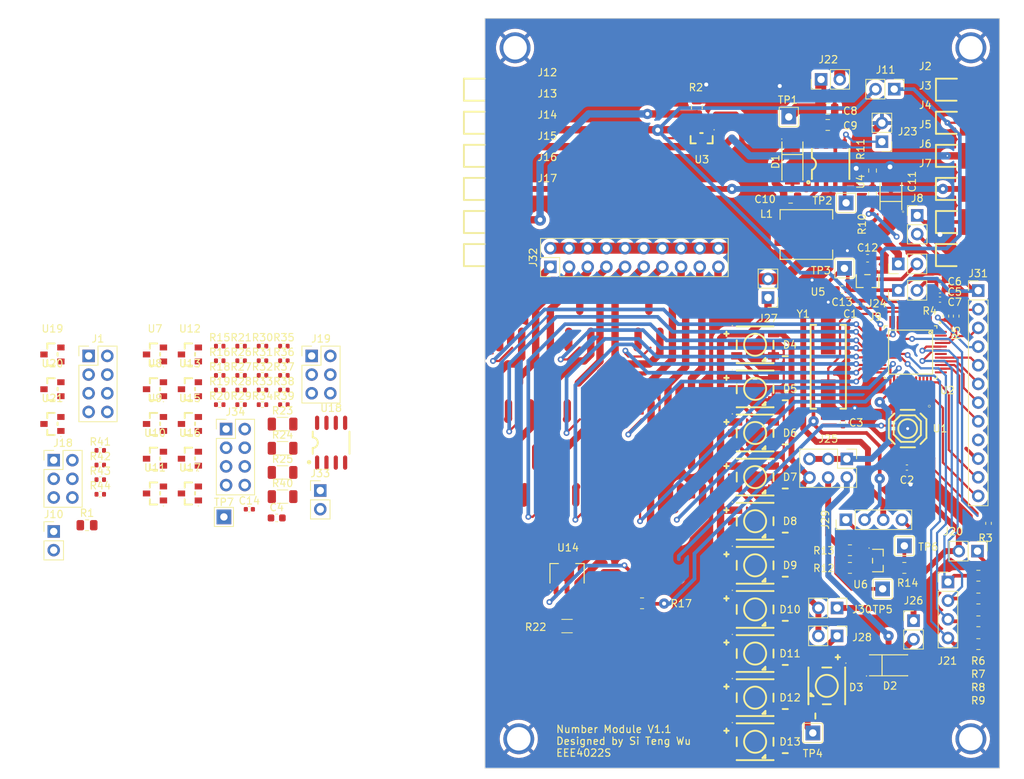
<source format=kicad_pcb>
(kicad_pcb (version 20221018) (generator pcbnew)
  (layers (0 "F.Cu" signal) (31 "B.Cu" signal) (34 "B.Paste" user) (35 "F.Paste" user) (36 "B.SilkS" user "B.Silkscreen") (37 "F.SilkS" user "F.Silkscreen") (38 "B.Mask" user) (39 "F.Mask" user) (44 "Edge.Cuts" user))
  (net 0 "")
  (net 1 "/RGB LEDs/Level")
  (net 2 "Net-(J22-Pin_1)")
  (net 3 "Net-(U4-VSENSE)")
  (net 4 "Net-(J29-Pin_1)")
  (net 5 "/3V3")
  (net 6 "/RGB LEDs/DIN")
  (net 7 "Net-(J19-Pin_5)")
  (net 8 "GND")
  (net 9 "/LED Driver/-ve")
  (net 10 "Net-(U10-G)")
  (net 11 "Net-(U9-G)")
  (net 12 "/PA4")
  (net 13 "Net-(U8-G)")
  (net 14 "/PA7")
  (net 15 "/I2C_PUR")
  (net 16 "/TIM1_CH2")
  (net 17 "Net-(U6-S)")
  (net 18 "Net-(U17-G)")
  (net 19 "/PB12")
  (net 20 "Net-(U16-G)")
  (net 21 "/PB13")
  (net 22 "Net-(U15-G)")
  (net 23 "Net-(U13-G)")
  (net 24 "Net-(U7-G)")
  (net 25 "/PB11")
  (net 26 "Net-(J10-Pin_2)")
  (net 27 "/PA6")
  (net 28 "/TIM3_CH1")
  (net 29 "/TIM3_CH2")
  (net 30 "/TIM3_CH3")
  (net 31 "/TIM3_CH4")
  (net 32 "Net-(U12-G)")
  (net 33 "Net-(U11-G)")
  (net 34 "Net-(U20-G)")
  (net 35 "/PB10")
  (net 36 "/PC6")
  (net 37 "/PA5")
  (net 38 "/I2C1_SDA")
  (net 39 "/I2C1_SCL")
  (net 40 "/5V")
  (net 41 "/NRST")
  (net 42 "/USART2_Tx")
  (net 43 "Net-(J10-Pin_1)")
  (net 44 "Net-(U21-G)")
  (net 45 "/PC7")
  (net 46 "Net-(J1-Pin_7)")
  (net 47 "Net-(J1-Pin_5)")
  (net 48 "Net-(D1-K)")
  (net 49 "Net-(D2-K)")
  (net 50 "Net-(D2-A)")
  (net 54 "/VR{slash}B")
  (net 55 "Net-(U2-PF0-OSC_IN)")
  (net 56 "Net-(U2-PF1-OSC_OUT)")
  (net 59 "/USART2_Rx")
  (net 60 "/TIM1_CH1")
  (net 61 "Net-(J14-Pin_1)")
  (net 62 "/SWDIO")
  (net 66 "/SWDCLK{slash}BOOT")
  (net 68 "/PDO")
  (net 69 "Net-(J1-Pin_2)")
  (net 70 "/PD1")
  (net 71 "Net-(J1-Pin_4)")
  (net 73 "Net-(D10-VDD)")
  (net 74 "Net-(D7-DOUT)")
  (net 75 "Net-(D4-DOUT)")
  (net 76 "Net-(D10-DIN)")
  (net 77 "Net-(D6-DOUT)")
  (net 78 "Net-(D10-DOUT)")
  (net 79 "Net-(D11-DOUT)")
  (net 80 "Net-(D12-DOUT)")
  (net 81 "Net-(D3-DOUT)")
  (net 82 "/RGB LEDs/Cheese")
  (net 83 "Net-(U4-BOOT)")
  (net 86 "/LED Driver/LED1")
  (net 87 "/LED Driver/main_col")
  (net 88 "/LED Driver/LED5")
  (net 89 "/LED Driver/LED0")
  (net 90 "/LED Driver/LED9")
  (net 91 "/LED Driver/LED4")
  (net 92 "/LED Driver/LED8")
  (net 93 "/LED Driver/LED3")
  (net 94 "/LED Driver/LED7")
  (net 95 "/LED Driver/LED2")
  (net 96 "/LED Driver/LED6")
  (net 97 "/VCC")
  (net 98 "Net-(J15-Pin_1)")
  (net 99 "Net-(J6-Pin_1)")
  (net 100 "Net-(D5-DOUT)")
  (net 102 "Net-(D8-DOUT)")
  (net 104 "/PB2")
  (net 105 "/PB14")
  (net 106 "Net-(J30-Pin_1)")
  (net 107 "Net-(J20-Pin_1)")
  (net 108 "Net-(J29-Pin_4)")
  (net 109 "Net-(J16-Pin_1)")
  (net 110 "/PD2")
  (net 111 "Net-(J19-Pin_2)")
  (net 112 "Net-(J24-Pin_2)")
  (net 113 "/PD3")
  (net 115 "Net-(J23-Pin_1)")
  (net 117 "Net-(J19-Pin_4)")
  (net 118 "Net-(J19-Pin_6)")
  (net 119 "Net-(J34-Pin_7)")
  (net 120 "Net-(J34-Pin_5)")
  (net 121 "Net-(J34-Pin_3)")
  (net 122 "Net-(J34-Pin_1)")
  (net 123 "/LED Driver/1OUT")
  (net 124 "Net-(J31-Pin_9)")
  (footprint "Library:SOT-23_L2.9-W1.3-P1.90-LS2.4-BR" (layer "F.Cu") (at 57.065013 98.171228)
    (fp_text reference "U21")
    (fp_text value "AO3401A")
  )
  (footprint "Resistor_SMD:R_0402_1005Metric" (layer "F.Cu") (at 82.73 95.545)
    (fp_text reference "R29")
    (fp_text value "1k")
  )
  (footprint "Library:SOT-23_L2.9-W1.3-P1.90-LS2.4-BR" (layer "F.Cu") (at 71.015013 102.898342)
    (fp_text reference "U10")
    (fp_text value "AO3401A")
  )
  (footprint "Connector_PinHeader_2.54mm:PinHeader_1x04_P2.54mm_Vertical" (layer "F.Cu") (at 178.8825 119.6675)
    (fp_text reference "J21")
    (fp_text value "Conn_01x04_Pin")
  )
  (footprint "Resistor_SMD:R_0402_1005Metric" (layer "F.Cu") (at 88.55 93.555)
    (fp_text reference "R38")
    (fp_text value "100k")
  )
  (footprint "Resistor_SMD:R_0402_1005Metric" (layer "F.Cu") (at 79.82 95.545)
    (fp_text reference "R20")
    (fp_text value "100k")
  )
  (footprint "Library:CONN-SMD_YZF0002-38080-02" (layer "F.Cu") (at 183 75.2)
    (fp_text reference "J7")
    (fp_text value "GND")
  )
  (footprint "Resistor_SMD:R_0805_2012Metric" (layer "F.Cu") (at 61.77 111.945)
    (fp_text reference "R1")
    (fp_text value "1k")
  )
  (footprint "Resistor_SMD:R_0402_1005Metric" (layer "F.Cu") (at 85.64 93.555)
    (fp_text reference "R33")
    (fp_text value "1k")
  )
  (footprint "Resistor_SMD:R_1206_3216Metric" (layer "F.Cu") (at 88.37 98.185)
    (fp_text reference "R23")
    (fp_text value "100")
  )
  (footprint "Connector_PinHeader_2.54mm:PinHeader_1x02_P2.54mm_Vertical" (layer "F.Cu") (at 161.625102 51.299898 90)
    (fp_text reference "J22")
    (fp_text value "Conn_01x02_Pin")
  )
  (footprint "Resistor_SMD:R_0402_1005Metric" (layer "F.Cu") (at 79.82 91.565)
    (fp_text reference "R18")
    (fp_text value "100k")
  )
  (footprint "Resistor_SMD:R_0805_2012Metric" (layer "F.Cu") (at 165.550038 115.349962 180)
    (fp_text reference "R12")
    (fp_text value "1k")
  )
  (footprint "Connector_PinHeader_2.54mm:PinHeader_1x02_P2.54mm_Vertical" (layer "F.Cu") (at 171.575 52.625 -90)
    (fp_text reference "J11")
    (fp_text value "Conn_01x02_Pin")
  )
  (footprint "Library:CONN-SMD_YZF0002-38080-02" (layer "F.Cu") (at 118.788494 61.7)
    (fp_text reference "J14")
    (fp_text value "RX")
  )
  (footprint "Capacitor_SMD:C_0603_1608Metric" (layer "F.Cu") (at 87.57 110.955)
    (fp_text reference "C4")
    (fp_text value "1uF")
  )
  (footprint "Library:CONN-SMD_YZF0002-38080-02" (layer "F.Cu") (at 118.788494 75.2)
    (fp_text reference "J17")
    (fp_text value "GND")
  )
  (footprint "Connector_PinHeader_2.54mm:PinHeader_1x02_P2.54mm_Vertical" (layer "F.Cu") (at 93.5 107.225)
    (fp_text reference "J33")
    (fp_text value "Conn_01x02_Pin")
  )
  (footprint "Resistor_SMD:R_0402_1005Metric" (layer "F.Cu") (at 88.55 89.575)
    (fp_text reference "R36")
    (fp_text value "100k")
  )
  (footprint "Connector_PinHeader_2.54mm:PinHeader_1x02_P2.54mm_Vertical" (layer "F.Cu") (at 172.125 76.4 90)
    (fp_text reference "J24")
    (fp_text value "Conn_01x02_Pin")
  )
  (footprint "Library:MountingHole_3.2mm_M3_Pad_TopBottom" (layer "F.Cu") (at 120 47)
    (fp_text reference "H1" hide)
    (fp_text value "M3")
  )
  (footprint "Library:SMA_L4.3-W2.6-LS5.2-RD" (layer "F.Cu") (at 157.725286 62.4 -90)
    (fp_text reference "D1")
    (fp_text value "SS34")
  )
  (footprint "Library:SOT-23_L2.9-W1.3-P1.90-LS2.4-BR" (layer "F.Cu") (at 71.015013 98.171228)
    (fp_text reference "U9")
    (fp_text value "AO3401A")
  )
  (footprint "Connector_PinHeader_2.54mm:PinHeader_1x02_P2.54mm_Vertical" (layer "F.Cu") (at 163.8 127 -90)
    (fp_text reference "J28")
    (fp_text value "Conn_01x02_Pin")
  )
  (footprint "Library:SOT-23_L2.9-W1.3-P1.90-LS2.4-BR" (layer "F.Cu") (at 75.76514 107.625456)
    (fp_text reference "U17")
    (fp_text value "AO3401A")
  )
  (footprint "Library:MountingHole_3.2mm_M3_Pad_TopBottom" (layer "F.Cu") (at 182 47)
    (fp_text reference "H2" hide)
    (fp_text value "M3")
  )
  (footprint "Library:ESOP-8_L4.9-W3.9-P1.27-LS6.0-TL-EP" (layer "F.Cu") (at 162.925286 62.794856 90)
    (fp_text reference "U4")
    (fp_text value "TPS5430DDAR")
  )
  (footprint "Connector_PinHeader_2.54mm:PinHeader_2x03_P2.54mm_Vertical" (layer "F.Cu") (at 57.24 103.095)
    (fp_text reference "J18")
    (fp_text value "Conn_02x03_Odd_Even")
  )
  (footprint "Resistor_SMD:R_0402_1005Metric" (layer "F.Cu") (at 85.64 89.575)
    (fp_text reference "R31")
    (fp_text value "1k")
  )
  (footprint "Library:LED-SMD_4P-L5.0-W5.0-BL_XL-5050RGBC" (layer "F.Cu") (at 152.65 111.399619 -90)
    (fp_text reference "D8")
    (fp_text value "WS2812B")
  )
  (footprint "Resistor_SMD:R_1206_3216Metric" (layer "F.Cu") (at 88.37 108.055)
    (fp_text reference "R40")
    (fp_text value "100")
  )
  (footprint "Library:LED-SMD_4P-L5.0-W5.0-BL_XL-5050RGBC" (layer "F.Cu") (at 152.65 105.399619 -90)
    (fp_text reference "D7")
    (fp_text value "WS2812B")
  )
  (footprint "Connector_PinHeader_2.54mm:PinHeader_1x02_P2.54mm_Vertical" (layer "F.Cu") (at 174.7 69.8)
    (fp_text reference "J8")
    (fp_text value "Conn_01x02_Pin")
  )
  (footprint "Resistor_SMD:R_1206_3216Metric" (layer "F.Cu") (at 88.37 104.765)
    (fp_text reference "R25")
    (fp_text value "100")
  )
  (footprint "Library:TestPoint_THTPad_2.0x2.0mm_Drill1.0mm" (layer "F.Cu") (at 164.8 77)
    (fp_text reference "TP3")
    (fp_text value "TestPoint")
  )
  (footprint "Library:CONN-SMD_YZF0002-38080-02" (layer "F.Cu") (at 118.788494 66.2)
    (fp_text reference "J15")
    (fp_text value "CFG")
  )
  (footprint "Library:IND-SMD_L7.3-W6.6_MHCI06030" (layer "F.Cu") (at 159.625286 72.4)
    (fp_text reference "L1")
    (fp_text value "22uH")
  )
  (footprint "Connector_PinHeader_2.54mm:PinHeader_1x02_P2.54mm_Vertical" (layer "F.Cu") (at 154.4 80.975 180)
    (fp_text reference "J27")
    (fp_text value "Conn_01x02_Pin")
  )
  (footprint "Library:LED-SMD_4P-L5.0-W5.0-BL_XL-5050RGBC" (layer "F.Cu") (at 152.65 129.399619 -90)
    (fp_text reference "D11")
    (fp_text value "WS2812B")
  )
  (footprint "Resistor_SMD:R_0402_1005Metric" (layer "F.Cu") (at 79.82 93.555)
    (fp_text reference "R19")
    (fp_text value "1k")
  )
  (footprint "Library:SOT-23_L2.9-W1.3-P1.90-LS2.4-BR" (layer "F.Cu") (at 75.76514 98.171228)
    (fp_text reference "U15")
    (fp_text value "AO3401A")
  )
  (footprint "Resistor_SMD:R_1206_3216Metric" (layer "F.Cu") (at 127.068707 125.664999)
    (fp_text reference "R22")
    (fp_text value "100")
  )
  (footprint "Library:SMA_L4.3-W2.6-LS5.2-RD" (layer "F.Cu") (at 170.8 131)
    (fp_text reference "D2")
    (fp_text value "M7")
  )
  (footprint "Connector_PinHeader_2.54mm:PinHeader_1x02_P2.54mm_Vertical" (layer "F.Cu") (at 172.125 80 90)
    (fp_text reference "J9")
    (fp_text value "Conn_01x02_Pin")
  )
  (footprint "Capacitor_SMD:C_0805_2012Metric" (layer "F.Cu") (at 162.530106 55.3)
    (fp_text reference "C8")
    (fp_text value "4.7uF")
  )
  (footprint "Library:LED-SMD_4P-L5.0-W5.0-BL_XL-5050RGBC" (layer "F.Cu") (at 152.65 117.399619 -90)
    (fp_text reference "D9")
    (fp_text value "WS2812B")
  )
  (footprint "Library:LED-SMD_4P-L5.0-W5.0-BL_XL-5050RGBC" (layer "F.Cu") (at 152.65 99.399619 -90)
    (fp_text reference "D6")
    (fp_text value "WS2812B")
  )
  (footprint "Library:SOT-23_L2.9-W1.3-P1.90-LS2.4-BR" (layer "F.Cu") (at 71.015013 93.444114)
    (fp_text reference "U8")
    (fp_text value "AO3401A")
  )
  (footprint "Resistor_SMD:R_0402_1005Metric" (layer "F.Cu") (at 82.73 87.585)
    (fp_text reference "R21")
    (fp_text value "1k")
  )
  (footprint "Library:SOT-23_L2.9-W1.3-P1.90-LS2.4-BR" (layer "F.Cu") (at 71.015013 88.717)
    (fp_text reference "U7")
    (fp_text value "AO3401A")
  )
  (footprint "Connector_PinHeader_2.54mm:PinHeader_1x02_P2.54mm_Vertical" (layer "F.Cu") (at 169.9 59.775 180)
    (fp_text reference "J23")
    (fp_text value "Conn_01x02_Pin")
  )
  (footprint "Library:SOT-23_L2.9-W1.3-P1.90-LS2.4-BR" (layer "F.Cu") (at 75.76514 93.444114)
    (fp_text reference "U13")
    (fp_text value "AO3401A")
  )
  (footprint "Resistor_SMD:R_0805_2012Metric" (layer "F.Cu") (at 183.02 125.0175 180)
    (fp_text reference "R8")
    (fp_text value "4.7k")
  )
  (footprint "Resistor_SMD:R_1206_3216Metric" (layer "F.Cu") (at 88.37 101.475)
    (fp_text reference "R24")
    (fp_text value "100")
  )
  (footprint "Resistor_SMD:R_0402_1005Metric" (layer "F.Cu") (at 180 83.5 -90)
    (fp_text reference "R5")
    (fp_text value "10k")
  )
  (footprint "Capacitor_SMD:C_0805_2012Metric" (layer "F.Cu") (at 162.530106 57.5)
    (fp_text reference "C9")
    (fp_text value "4.7uF")
  )
  (footprint "Resistor_SMD:R_0402_1005Metric" (layer "F.Cu") (at 63.57 107.735)
    (fp_text reference "R44")
    (fp_text value "1k")
  )
  (footprint "Library:CONN-SMD_YZF0002-38080-02" (layer "F.Cu") (at 118.788494 52.7)
    (fp_text reference "J12")
    (fp_text value "VCC")
  )
  (footprint "Library:CONN-SMD_YZF0002-38080-02" (layer "F.Cu") (at 183 52.7)
    (fp_text reference "J2")
    (fp_text value "VCC")
  )
  (footprint "Resistor_SMD:R_0402_1005Metric" (layer "F.Cu") (at 88.55 95.545)
    (fp_text reference "R39")
    (fp_text value "1k")
  )
  (footprint "Library:LED-SMD_4P-L5.0-W5.0-BL_XL-5050RGBC" (layer "F.Cu") (at 152.65 93.399619 -90)
    (fp_text reference "D5")
    (fp_text value "WS2812B")
  )
  (footprint "Resistor_SMD:R_0805_2012Metric" (layer "F.Cu") (at 183.02 128.1175 180)
    (fp_text reference "R9")
    (fp_text value "4.7k")
  )
  (footprint "Library:MountingHole_3.2mm_M3_Pad_TopBottom" (layer "F.Cu") (at 182 141)
    (fp_text reference "H4" hide)
    (fp_text value "M3")
  )
  (footprint "Library:CONN-SMD_YZF0002-38080-02" (layer "F.Cu") (at 183 57.2)
    (fp_text reference "J3")
    (fp_text value "TX")
  )
  (footprint "Library:SOT-23_L2.9-W1.3-P1.90-LS2.4-BR" (layer "F.Cu") (at 145.375 59.301353 90)
    (fp_text reference "U3")
    (fp_text value "AO3401A")
  )
  (footprint "Resistor_SMD:R_0402_1005Metric" (layer "F.Cu") (at 63.57 101.765)
    (fp_text reference "R41")
    (fp_text value "100k")
  )
  (footprint "Library:SOT-23-3_L2.9-W1.3-P1.90-LS2.4-BR" (layer "F.Cu") (at 169.350038 116.749962 180)
    (fp_text reference "U6")
    (fp_text value "2N7002")
  )
  (footprint "Library:SOT-23_L2.9-W1.3-P1.90-LS2.4-BR" (layer "F.Cu") (at 57.065013 88.717)
    (fp_text reference "U19")
    (fp_text value "AO3401A")
  )
  (footprint "Resistor_SMD:R_0402_1005Metric" (layer "F.Cu") (at 63.57 103.755)
    (fp_text reference "R42")
    (fp_text value "1k")
  )
  (footprint "Library:CONN-SMD_YZF0002-38080-02" (layer "F.Cu") (at 118.788494 57.2)
    (fp_text reference "J13")
    (fp_text value "TX")
  )
  (footprint "Library:SOT-23_L2.9-W1.3-P1.90-LS2.4-BR" (layer "F.Cu") (at 75.76514 102.898342)
    (fp_text reference "U16")
    (fp_text value "AO3401A")
  )
  (footprint "Connector_PinHeader_2.54mm:PinHeader_1x04_P2.54mm_Vertical" (layer "F.Cu") (at 165 111.2 90)
    (fp_text reference "J29")
    (fp_text value "Conn_01x04_Pin")
  )
  (footprint "Library:CAP-SMD_L3.5-W2.8" (layer "F.Cu") (at 171.125286 67.2 -90)
    (fp_text reference "C11")
    (fp_text value "220uF")
  )
  (footprint "Library:SOT-23_L2.9-W1.3-P1.90-LS2.4-BR" (layer "F.Cu") (at 57.065013 93.444114)
    (fp_text reference "U20")
    (fp_text value "AO3401A")
  )
  (footprint "Library:TestPoint_THTPad_2.0x2.0mm_Drill1.0mm" (layer "F.Cu") (at 165.025286 68.094856 180)
    (fp_text reference "TP2")
    (fp_text value "TestPoint")
  )
  (footprint "Resistor_SMD:R_0402_1005Metric" (layer "F.Cu") (at 85.64 91.565)
    (fp_text reference "R32")
    (fp_text value "100k")
  )
  (footprint "Library:LED-SMD_4P-L5.0-W5.0-BL_XL-5050RGBC" (layer "F.Cu") (at 152.65 87.399619 -90)
    (fp_text reference "D4")
    (fp_text value "WS2812B")
  )
  (footprint "Resistor_SMD:R_0805_2012Metric" (layer "F.Cu") (at 172.950038 117.749962)
    (fp_text reference "R14")
    (fp_text value "1k")
  )
  (footprint "Library:CONN-SMD_YZF0002-38080-02" (layer "F.Cu") (at 183 61.7)
    (fp_text reference "J4")
    (fp_text value "RX")
  )
  (footprint "Resistor_SMD:R_0402_1005Metric" (layer "F.Cu") (at 82.73 91.565)
    (fp_text reference "R27")
    (fp_text value "1k")
  )
  (footprint "Capacitor_SMD:C_0402_1005Metric" (layer "F.Cu") (at 177.8 81.25)
    (fp_text reference "C7")
    (fp_text value "0.1uF")
  )
  (footprint "Capacitor_SMD:C_0402_1005Metric" (layer "F.Cu") (at 83.85 109.775)
    (fp_text reference "C14")
    (fp_text value "0.1uF")
  )
  (footprint "Library:LED-SMD_4P-L5.0-W5.0-BL_XL-5050RGBC" (layer "F.Cu") (at 152.65 141.399619 -90)
    (fp_text reference "D13")
    (fp_text value "WS2812B")
  )
  (footprint "Capacitor_SMD:C_0402_1005Metric" (layer "F.Cu") (at 167 81.9 90)
    (fp_text reference "C1")
    (fp_text value "10pF")
  )
  (footprint "Library:CONN-SMD_YZF0002-38080-02" (layer "F.Cu") (at 118.788494 70.7)
    (fp_text reference "J16")
    (fp_text value "SEL")
  )
  (footprint "Connector_PinHeader_2.54mm:PinHeader_2x04_P2.54mm_Vertical" (layer "F.Cu") (at 80.69 98.865)
    (fp_text reference "J34")
    (fp_text value "Conn_02x04_Odd_Even")
  )
  (footprint "Library:TestPoint_THTPad_2.0x2.0mm_Drill1.0mm" (layer "F.Cu") (at 80.39 110.815)
    (fp_text reference "TP7")
    (fp_text value "TestPoint")
  )
  (footprint "Capacitor_SMD:C_0805_2012Metric" (layer "F.Cu") (at 157.480106 67.4)
    (fp_text reference "C10")
    (fp_text value "10nF")
  )
  (footprint "Resistor_SMD:R_0402_1005Metric" (layer "F.Cu") (at 85.64 95.545)
    (fp_text reference "R34")
    (fp_text value "100k")
  )
  (footprint "Resistor_SMD:R_0402_1005Metric" (layer "F.Cu") (at 79.82 89.575)
    (fp_text reference "R16")
    (fp_text value "1k")
  )
  (footprint "Capacitor_SMD:C_0603_1608Metric" (layer "F.Cu") (at 164.48 79.9 180)
    (fp_text reference "C13")
    (fp_text value "1uF")
  )
  (footprint "Library:TestPoint_THTPad_2.0x2.0mm_Drill1.0mm" (layer "F.Cu") (at 157.230106 56.4 180)
    (fp_text reference "TP1")
    (fp_text value "TestPoint")
  )
  (footprint "Resistor_SMD:R_0805_2012Metric" (layer "F.Cu") (at 165.550038 117.749962)
    (fp_text reference "R13")
    (fp_text value "1k")
  )
  (footprint "Library:LQFP-48_L7.0-W7.0-P0.50-LS9.0-BL_1" (layer "F.Cu") (at 173.8 88.4 180)
    (fp_text reference "U2")
    (fp_text value "STM32G030C8T6")
  )
  (footprint "Library:CONN-SMD_YZF0002-38080-02" (layer "F.Cu") (at 183 66.2)
    (fp_text reference "J5")
    (fp_text value "CFG")
  )
  (footprint "Resistor_SMD:R_0402_1005Metric" (layer "F.Cu") (at 88.55 91.565)
    (fp_text reference "R37")
    (fp_text value "1k")
  )
  (footprint "Connector_PinHeader_2.54mm:PinHeader_2x04_P2.54mm_Vertical" (layer "F.Cu") (at 61.99 88.915)
    (fp_text reference "J1")
    (fp_text value "Conn_02x04_Odd_Even")
  )
  (footprint "Capacitor_SMD:C_0402_1005Metric" (layer "F.Cu") (at 177.8 80)
    (fp_text reference "C5")
    (fp_text value "0.1uF")
  )
  (footprint "Library:XC6206" (layer "F.Cu") (at 167.949962 78.735077 90)
    (fp_text reference "U5")
    (fp_text value "XC6206P332MR")
  )
  (footprint "Resistor_SMD:R_0402_1005Metric" (layer "F.Cu") (at 63.57 105.745)
    (fp_text reference "R43")
    (fp_text value "100k")
  )
  (footprint "Resistor_SMD:R_0805_2012Metric" (layer "F.Cu") (at 144.723 55.1 90)
    (fp_text reference "R2")
    (fp_text value "4.7k")
  )
  (footprint "Capacitor_SMD:C_0402_1005Metric" (layer "F.Cu") (at 164.6 98 -90)
    (fp_text reference "C3")
    (fp_text value "10pF")
  )
  (footprint "Library:SOT-23_L2.9-W1.3-P1.90-LS2.4-BR" (layer "F.Cu") (at 71.015013 107.625456)
    (fp_text reference "U11")
    (fp_text value "AO3401A")
  )
  (footprint "Capacitor_SMD:C_0603_1608Metric" (layer "F.Cu") (at 167.949962 75.635077)
    (fp_text reference "C12")
    (fp_text value "1uF")
  )
  (footprint "Connector_PinHeader_2.54mm:PinHeader_2x03_P2.54mm_Vertical" (layer "F.Cu") (at 165.125 102.925 -90)
    (fp_text reference "J25")
    (fp_text value "Conn_02x03_Odd_Even")
  )
  (footprint "Resistor_SMD:R_0402_1005Metric" (layer "F.Cu") (at 82.73 89.575)
    (fp_text reference "R26")
    (fp_text value "100k")
  )
  (footprint "Library:LED-SMD_4P-L5.0-W5.0-BL_XL-5050RGBC" (layer "F.Cu") (at 152.65 135.399619 -90)
    (fp_text reference "D12")
    (fp_text value "WS2812B")
  )
  (footprint "Connector_PinHeader_2.54mm:PinHeader_1x02_P2.54mm_Vertical" (layer "F.Cu") (at 182.9 115.4675 -90)
    (fp_text reference "J20")
    (fp_text value "Conn_01x02_Pin")
  )
  (footprint "Resistor_SMD:R_0402_1005Metric" (layer "F.Cu") (at 184.4 111.69 -90)
    (fp_text reference "R3")
    (fp_text value "10k")
  )
  (footprint "Connector_PinHeader_2.54mm:PinHeader_1x02_P2.54mm_Vertical" (layer "F.Cu") (at 174.2 124.925)
    (fp_text reference "J26")
    (fp_text value "Conn_01x02_Pin")
  )
  (footprint "Connector_PinHeader_2.54mm:PinHeader_1x12_P2.54mm_Vertical" (layer "F.Cu") (at 183 80.025)
    (fp_text reference "J31")
    (fp_text value "Conn_01x12_Pin")
  )
  (footprint "Library:CRYSTAL-SMD_L11.5-W4.8-LS12.7" (layer "F.Cu") (at 162.6 90.4 -90)
    (fp_text reference "Y1")
    (fp_text value "Crystal")
  )
  (footprint "Library:TestPoint_THTPad_2.0x2.0mm_Drill1.0mm" (layer "F.Cu") (at 160.5 140.2 -90)
    (fp_text reference "TP4")
    (fp_text value "TestPoint")
  )
  (footprint "Library:TestPoint_THTPad_2.0x2.0mm_Drill1.0mm" (layer "F.Cu") (at 172.950038 114.749962)
    (fp_text reference "TP6")
    (fp_text value "TestPoint")
  )
  (footprint "Library:D882" (layer "F.Cu") (at 127.06858 119.109538 -90)
    (fp_text reference "U14")
    (fp_text value "D882_C9634")
  )
  (footprint "Resistor_SMD:R_0805_2012Metric" (layer "F.Cu") (at 137.268707 122.564999)
    (fp_text reference "R17")
    (fp_text value "10k")
  )
  (footprint "Capacitor_SMD:C_0402_1005Metric" (layer "F.Cu") (at 177.8 78.75)
    (fp_text reference "C6")
    (fp_text value "4.7uF")
  )
  (footprint "Library:SW-SMD_4P-L5.1-W5.1-P3.70-LS6.5-TL-2" (layer "F.Cu") (at 173.4 98.8 -90)
    (fp_text reference "U1")
    (fp_text value "TS-1187A-B-A-B")
  )
  (footprint "Resistor_SMD:R_0805_2012Metric" (layer "F.Cu") (at 183.02 118.8175 180)
    (fp_text reference "R6")
    (fp_text value "4.7k")
  )
  (footprint "Resistor_SMD:R_0805_2012Metric" (layer "F.Cu") (at 183.02 121.9175 180)
    (fp_text reference "R7")
    (fp_text value "4.7k")
  )
  (footprint "Library:LED-SMD_4P-L5.0-W5.0-BL_XL-5050RGBC" (layer "F.Cu") (at 162.4 133.8 180)
    (fp_text reference "D3")
    (fp_text value "WS2812B")
  )
  (footprint "Connector_PinHeader_2.54mm:PinHeader_2x03_P2.54mm_Vertical" (layer "F.Cu") (at 92.33 88.915)
    (fp_text reference "J19")
    (fp_text value "Conn_02x03_Odd_Even")
  )
  (footprint "Resistor_SMD:R_0402_1005Metric" (layer "F.Cu") (at 82.73 93.555)
    (fp_text reference "R28")
    (fp_text value "100k")
  )
  (footprint "Library:LED-SMD_4P-L5.0-W5.0-BL_XL-5050RGBC" (layer "F.Cu") (at 152.65 123.399619 -90)
    (fp_text reference "D10")
    (fp_text value "WS2812B")
  )
  (footprint "Library:Dual LM358" (layer "F.Cu") (at 94.975114 100.720213)
    (fp_text reference "U18")
    (fp_text value "LM358DR2G")
  )
  (footprint "Resistor_SMD:R_0402_1005Metric" (layer "F.Cu") (at 79.82 87.585)
    (fp_text reference "R15")
    (fp_text value "100k")
  )
  (footprint "Resistor_SMD:R_0402_1005Metric" (layer "F.Cu") (at 88.55 87.585)
    (fp_text reference "R35")
    (fp_text value "1k")
  )
  (footprint "Library:SOT-23_L2.9-W1.3-P1.90-LS2.4-BR" (layer "F.Cu") (at 75.76514 88.717)
    (fp_text reference "U12")
    (fp_text value "AO3401A")
  )
  (footprint "Library:MountingHole_3.2mm_M3_Pad_TopBottom" (layer "F.Cu") (at 120.5 141)
    (fp_text reference "H3" hide)
    (fp_text value "M3")
  )
  (footprint "Connector_PinHeader_2.54mm:PinHeader_2x10_P2.54mm_Vertical" (layer "F.Cu") (at 124.8 76.8 90)
    (fp_text reference "J32")
    (fp_text value "Conn_02x11_Odd_Even")
  )
  (footprint "Resistor_SMD:R_0402_1005Metric" (layer "F.Cu") (at 85.64 87.585)
    (fp_text reference "R30")
    (fp_text value "100k")
  )
  (footprint "Resistor_SMD:R_0402_1005Metric" (layer "F.Cu") (at 178.6 83.5 -90)
    (fp_text reference "R4")
    (fp_text value "10k")
  )
  (footprint "Capacitor_SMD:C_0402_1005Metric" (layer "F.Cu") (at 173.3 104.1 180)
    (fp_text reference "C2")
    (fp_text value "0.1uF")
  )
  (footprint "Library:CONN-SMD_YZF0002-38080-02" (layer "F.Cu") (at 183 70.7)
    (fp_text reference "J6")
    (fp_text value "SEL")
  )
  (footprint "Resistor_SMD:R_0603_1608Metric" (layer "F.Cu") (at 168.625286 66.819856 90)
    (fp_text reference "R10")
    (fp_text value "12k")
  )
  (footprint "Library:TestPoint_THTPad_2.0x2.0mm_Drill1.0mm" (layer "F.Cu") (at 170 120.6)
    (fp_text reference "TP5")
    (fp_text value "TestPoint")
  )
  (footprint "Connector_PinHeader_2.54mm:PinHeader_1x02_P2.54mm_Vertical" (layer "F.Cu") (at 57.24 112.795)
    (fp_text reference "J10")
    (fp_text value "Conn_01x02_Pin")
  )
  (footprint "Resistor_SMD:R_0603_1608Metric" (layer "F.Cu") (at 168.625286 63.7 90)
    (fp_text reference "R11")
    (fp_text value "3.9k")
  )
  (footprint "Connector_PinHeader_2.54mm:PinHeader_1x02_P2.54mm_Vertical" (layer "F.Cu") (at 163.8 123.2 -90)
    (fp_text reference "J30")
    (fp_text value "Conn_01x02_Pin")
  )
  (gr_rect (start 115.9 43) (end 185.9 145) (stroke (width 0.1)) (fill none) (layer "Edge.Cuts"))
  (gr_text "Number Module V1.1\nDesigned by Si Teng Wu\nEEE4022S" (at 125.5 143.5) (layer "F.SilkS") (effects (font (size 1 1)) (justify left bottom)))
  (segment (start 140.850617 119.104999) (end 142.268707 119.104999) (width 0.8) (layer "F.Cu") (net 0))
  (segment (start 135.433248 106.700775) (end 135.433248 108.834779) (width 1) (layer "F.Cu") (net 0))
  (segment (start 136.727 87.66324) (end 136.727 85.556236) (width 1) (layer "F.Cu") (net 0))
  (segment (start 135.499873 95.300775) (end 135.499873 97.434779) (width 1) (layer "F.Cu") (net 0))
  (segment (start 127.099873 95.300775) (end 127.099873 97.434779) (width 1) (layer "F.Cu") (net 0))
  (segment (start 128.256864 106.810535) (end 128.366624 106.700775) (width 1) (layer "F.Cu") (net 0))
  (segment (start 127.3 85.556236) (end 127.3 87.69024) (width 1) (layer "F.Cu") (net 0))
  (segment (start 121.19024 108.944539) (end 121.19024 106.810535) (width 1) (layer "F.Cu") (net 0))
  (segment (start 135.433248 108.834779) (end 135.323488 108.944539) (width 1) (layer "F.Cu") (net 0))
  (segment (start 138.875616 117.129998) (end 140.850617 119.104999) (width 0.8) (layer "F.Cu") (net 0))
  (segment (start 136.59024 87.8) (end 136.727 87.66324) (width 1) (layer "F.Cu") (net 0))
  (segment (start 128.256864 108.944539) (end 128.256864 106.810535) (width 1) (layer "F.Cu") (net 0))
  (segment (start 127.3 87.69024) (end 127.19024 87.8) (width 1) (layer "F.Cu") (net 0))
  (segment (start 119.099873 97.434779) (end 118.990113 97.544539) (width 1) (layer "F.Cu") (net 0))
  (segment (start 117.9 87.69024) (end 117.79024 87.8) (width 1) (layer "F.Cu") (net 0))
  (segment (start 135.499873 97.434779) (end 135.390113 97.544539) (width 1) (layer "F.Cu") (net 0))
  (segment (start 128.531207 128.964999) (end 131.406207 128.964999) (width 1) (layer "F.Cu") (net 0))
  (segment (start 127.099873 97.434779) (end 126.990113 97.544539) (width 1) (layer "F.Cu") (net 0))
  (segment (start 142.499873 106.700775) (end 142.499873 108.834779) (width 1) (layer "F.Cu") (net 0))
  (segment (start 142.499873 108.834779) (end 142.390113 108.944539) (width 1) (layer "F.Cu") (net 0))
  (segment (start 119.099873 95.300775) (end 119.099873 97.434779) (width 1) (layer "F.Cu") (net 0))
  (segment (start 121.19024 106.810535) (end 121.3 106.700775) (width 1) (layer "F.Cu") (net 0))
  (segment (start 117.9 85.556236) (end 117.9 87.69024) (width 1) (layer "F.Cu") (net 0))
  (segment (start 137.641123 117.129998) (end 138.875616 117.129998) (width 0.8) (layer "F.Cu") (net 0))
  (segment (start 165.785127 120.6) (end 170 120.6) (width 0.5) (layer "F.Cu") (net 1))
  (segment (start 163.675038 118.489911) (end 165.785127 120.6) (width 0.5) (layer "F.Cu") (net 1))
  (segment (start 162.585 105.465) (end 162.585 113.297424) (width 0.8) (layer "F.Cu") (net 1))
  (segment (start 164.637538 115.349962) (end 163.675038 116.312462) (width 0.5) (layer "F.Cu") (net 1))
  (segment (start 163.675038 116.312462) (end 163.675038 118.489911) (width 0.5) (layer "F.Cu") (net 1))
  (segment (start 162.585 113.297424) (end 164.637538 115.349962) (width 0.8) (layer "F.Cu") (net 1))
  (segment (start 161.580106 57.5) (end 161.580106 51.344894) (width 1.5) (layer "F.Cu") (net 2))
  (segment (start 162.290285 58.210179) (end 162.290285 60.094958) (width 1) (layer "F.Cu") (net 2))
  (segment (start 161.580106 57.5) (end 162.290285 58.210179) (width 1) (layer "F.Cu") (net 2))
  (segment (start 158.330106 55.3) (end 157.230106 56.4) (width 1.5) (layer "F.Cu") (net 2))
  (segment (start 161.580106 55.3) (end 158.330106 55.3) (width 1.5) (layer "F.Cu") (net 2))
  (segment (start 161.580106 51.344894) (end 161.625102 51.299898) (width 1.5) (layer "F.Cu") (net 2))
  (segment (start 164.83029 65.494754) (end 166.194958 65.494754) (width 0.5) (layer "F.Cu") (net 3))
  (segment (start 168.625286 65.994856) (end 168.625286 64.525) (width 0.5) (layer "F.Cu") (net 3))
  (segment (start 166.69506 65.994856) (end 168.625286 65.994856) (width 0.5) (layer "F.Cu") (net 3))
  (segment (start 166.194958 65.494754) (end 166.69506 65.994856) (width 0.5) (layer "F.Cu") (net 3))
  (segment (start 164.83029 67.89986) (end 165.025286 68.094856) (width 0.5) (layer "F.Cu") (net 3))
  (segment (start 164.83029 65.494754) (end 164.83029 67.89986) (width 0.5) (layer "F.Cu") (net 3))
  (segment (start 165 111.2) (end 168.350038 114.550038) (width 0.5) (layer "F.Cu") (net 4))
  (segment (start 167.8 115.8) (end 166.462538 117.137462) (width 0.5) (layer "F.Cu") (net 4))
  (segment (start 168.350038 114.550038) (end 168.350038 115.8) (width 0.5) (layer "F.Cu") (net 4))
  (segment (start 166.462538 117.137462) (end 166.462538 117.749962) (width 0.5) (layer "F.Cu") (net 4))
  (segment (start 168.350038 115.8) (end 167.8 115.8) (width 0.5) (layer "F.Cu") (net 4))
  (segment (start 167.949962 79.970154) (end 172.095154 79.970154) (width 0.5) (layer "F.Cu") (net 5))
  (segment (start 160.4 81.1) (end 160.6 97.8) (width 0.5) (layer "F.Cu") (net 5))
  (segment (start 165.255 79.9) (end 165.255 77.455) (width 0.5) (layer "F.Cu") (net 5))
  (segment (start 161.8 99.4) (end 167.8 99.4) (width 0.5) (layer "F.Cu") (net 5))
  (segment (start 160.6 98.2) (end 161.8 99.4) (width 0.5) (layer "F.Cu") (net 5))
  (segment (start 165.325154 79.970154) (end 165.255 79.9) (width 0.5) (layer "F.Cu") (net 5))
  (segment (start 164.8 77) (end 164.5 77) (width 0.5) (layer "F.Cu") (net 5))
  (segment (start 167.8 99.4) (end 169.6 101.2) (width 0.5) (layer "F.Cu") (net 5))
  (segment (start 164.5 77) (end 160.4 81.1) (width 0.5) (layer "F.Cu") (net 5))
  (segment (start 165.255 77.455) (end 164.8 77) (width 0.5) (layer "F.Cu") (net 5))
  (segment (start 174.7 72.34) (end 182.46 80.1) (width 0.5) (layer "F.Cu") (net 5))
  (segment (start 182.46 80.1) (end 182.9 80.1) (width 0.5) (layer "F.Cu") (net 5))
  (segment (start 160.6 97.8) (end 160.6 98.2) (width 0.5) (layer "F.Cu") (net 5))
  (segment (start 169.6 101.2) (end 169.6 105.6) (width 0.5) (layer "F.Cu") (net 5))
  (segment (start 172.095154 79.970154) (end 172.125 80) (width 0.5) (layer "F.Cu") (net 5))
  (segment (start 167.949962 79.970154) (end 165.325154 79.970154) (width 0.5) (layer "F.Cu") (net 5))
  (via (at 169.6 105.6) (size 1.4) (drill 0.55) (layers "F.Cu" "B.Cu") (net 5))
  (via (at 160.6 97.8) (size 1.4) (drill 0.55) (layers "F.Cu" "B.Cu") (net 5))
  (segment (start 177.4 78.4) (end 173.725 78.4) (width 0.5) (layer "B.Cu") (net 5))
  (segment (start 182.9 80.1) (end 179.1 80.1) (width 0.5) (layer "B.Cu") (net 5))
  (segment (start 142.268707 116.131293) (end 142.268707 116.564999) (width 0.5) (layer "B.Cu") (net 5))
  (segment (start 179.1 80.1) (end 177.4 78.4) (width 0.5) (layer "B.Cu") (net 5))
  (segment (start 169.6 109.14) (end 167.54 111.2) (width 0.5) (layer "B.Cu") (net 5))
  (segment (start 173.725 78.4) (end 172.125 80) (width 0.5) (layer "B.Cu") (net 5))
  (segment (start 160.6 97.8) (end 142.268707 116.131293) (width 0.5) (layer "B.Cu") (net 5))
  (segment (start 169.6 105.6) (end 169.6 109.14) (width 0.5) (layer "B.Cu") (net 5))
  (segment (start 157.6 87.2) (end 157.6 103.02) (width 0.8) (layer "F.Cu") (net 6))
  (segment (start 156.299746 85.899746) (end 157.6 87.2) (width 0.8) (layer "F.Cu") (net 6))
  (segment (start 160.045 105.465) (end 159.195 106.315) (width 0.8) (layer "F.Cu") (net 6))
  (segment (start 159.195 106.315) (end 159.195 121.135) (width 0.8) (layer "F.Cu") (net 6))
  (segment (start 159.195 121.135) (end 161.26 123.2) (width 0.8) (layer "F.Cu") (net 6))
  (segment (start 157.6 103.02) (end 160.045 105.465) (width 0.8) (layer "F.Cu") (net 6))
  (segment (start 161.26 123.2) (end 161.26 127) (width 0.8) (layer "F.Cu") (net 6))
  (segment (start 155.15 85.899746) (end 156.299746 85.899746) (width 0.8) (layer "F.Cu") (net 6))
  (segment (start 133.903708 118.4) (end 132.096291 118.4) (width 1) (layer "F.Cu") (net 7))
  (segment (start 133.818707 122.564999) (end 136.356207 122.564999) (width 1) (layer "F.Cu") (net 7))
  (segment (start 136.356207 122.564999) (end 136.356207 120.852499) (width 1) (layer "F.Cu") (net 7))
  (segment (start 136.356207 120.852499) (end 133.903708 118.4) (width 1) (layer "F.Cu") (net 7))
  (segment (start 167.125 62.675) (end 170.175204 62.675) (width 2.5) (layer "F.Cu") (net 8))
  (segment (start 147.299 54.17) (end 147.299 53.299) (width 0.5) (layer "F.Cu") (net 8))
  (segment (start 171.549809 101.549809) (end 168.55 98.55) (width 0.5) (layer "F.Cu") (net 8))
  (segment (start 165.794729 62.794729) (end 166.4 63.4) (width 2.5) (layer "F.Cu") (net 8))
  (segment (start 183 75.2) (end 180.6 75.2) (width 1) (layer "F.Cu") (net 8))
  (segment (start 157.725286 64.599898) (end 159.530455 62.794729) (width 2) (layer "F.Cu") (net 8))
  (segment (start 166.594729 62.794729) (end 166.6 62.8) (width 2) (layer "F.Cu") (net 8))
  (segment (start 163.480106 55.3) (end 163.480106 57.5) (width 1) (layer "F.Cu") (net 8))
  (segment (start 171 63.499796) (end 171 63.2) (width 2) (layer "F.Cu") (net 8))
  (segment (start 163 62.8) (end 163.005271 62.794729) (width 2) (layer "F.Cu") (net 8))
  (segment (start 170.700204 63.2) (end 170.300102 62.799898) (width 2) (layer "F.Cu") (net 8))
  (segment (start 166.500102 58.200102) (end 168.934898 58.200102) (width 1) (layer "F.Cu") (net 8))
  (segment (start 163.560287 62.159728) (end 162.925286 62.794729) (width 0.5) (layer "F.Cu") (net 8))
  (segment (start 172.1 104.1) (end 171.549809 103.549809) (width 0.5) (layer "F.Cu") (net 8))
  (segment (start 163.705 79.9) (end 163.705 80.495) (width 0.5) (layer "F.Cu") (net 8))
  (segment (start 167 81.42) (end 172.12387 81.42) (width 0.3) (layer "F.Cu") (net 8))
  (segment (start 169.355083 62.799898) (end 170.300102 62.799898) (width 2) (layer "F.Cu") (net 8))
  (segment (start 147.299 53.299) (end 146 52) (width 0.5) (layer "F.Cu") (net 8))
  (segment (start 166.7 96.5) (end 170.549809 96.5) (width 0.8) (layer "F.Cu") (net 8))
  (segment (start 163.560287 60.094958) (end 163.560287 62.159728) (width 0.5) (layer "F.Cu") (net 8))
  (segment (start 166.605271 62.794729) (end 169.349914 62.794729) (width 2) (layer "F.Cu") (net 8))
  (segment (start 162.925286 62.794729) (end 165.794729 62.794729) (width 2.5) (layer "F.Cu") (net 8))
  (segment (start 171.100102 63.599898) (end 171 63.499796) (width 2) (layer "F.Cu") (net 8))
  (segment (start 166.4 63.4) (end 166.500102 62.794729) (width 2) (layer "F.Cu") (net 8))
  (segment (start 172.82 104.1) (end 172.1 104.1) (width 0.5) (layer "F.Cu") (net 8))
  (segment (start 171.549809 102.099975) (end 171.549809 101.549809) (width 0.5) (layer "F.Cu") (net 8))
  (segment (start 173.550064 82.846194) (end 173.550064 84.290018) (width 0.3) (layer "F.Cu") (net 8))
  (segment (start 171 63.2) (end 170.700204 63.2) (width 2) (layer "F.Cu") (net 8))
  (segment (start 166.500102 62.794729) (end 166.594729 62.794729) (width 2) (layer "F.Cu") (net 8))
  (segment (start 172.82 104.1) (end 172.82 105.42) (width 0.5) (layer "F.Cu") (net 8))
  (segment (start 164.2 62.8) (end 164.205271 62.794729) (width 2) (layer "F.Cu") (net 8))
  (segment (start 163.705 80.495) (end 162.6 81.6) (width 0.5) (layer "F.Cu") (net 8))
  (segment (start 169.349914 62.794729) (end 169.355083 62.799898) (width 2) (layer "F.Cu") (net 8))
  (segment (start 163.480106 57.5) (end 165.8 57.5) (width 1) (layer "F.Cu") (net 8))
  (segment (start 161.794729 62.794729) (end 161.8 62.8) (width 2) (layer "F.Cu") (net 8))
  (segment (start 170.175204 62.675) (end 171.125286 63.625082) (width 2.5) (layer "F.Cu") (net 8))
  (segment (start 166.500102 58.200102) (end 166.500102 62.794729) (width 1) (layer "F.Cu") (net 8))
  (segment (start 161.8 62.8) (end 161.805271 62.794729) (width 2) (layer "F.Cu") (net 8))
  (segment (start 172.82 105.42) (end 173.8 106.4) (width 0.5) (layer "F.Cu") (net 8))
  (segment (start 171.100102 63.599898) (end 171.100102 64.599898) (width 2) (layer "F.Cu") (net 8))
  (segment (start 162.925286 62.794729) (end 162.994729 62.794729) (width 2) (layer "F.Cu") (net 8))
  (segment (start 166.2 96) (end 166.7 96.5) (width 0.8) (layer "F.Cu") (net 8))
  (segment (start 177.8 72.4) (end 177.6 72.2) (width 0.3) (layer "F.Cu") (net 8))
  (segment (start 171.549809 103.549809) (end 171.549809 102.099975) (width 0.5) (layer "F.Cu") (net 8))
  (segment (start 162.994729 62.794729) (end 163 62.8) (width 2) (layer "F.Cu") (net 8))
  (segment (start 159.530455 62.794729) (end 161.794729 62.794729) (width 2) (layer "F.Cu") (net 8))
  (segment (start 180.6 75.2) (end 177.8 72.4) (width 1) (layer "F.Cu") (net 8))
  (segment (start 172.12387 81.42) (end 173.550064 82.846194) (width 0.3) (layer "F.Cu") (net 8))
  (segment (start 164.194729 62.794729) (end 164.2 62.8) (width 2) (layer "F.Cu") (net 8))
  (segment (start 168.55 98.55) (end 168.55 96.35) (width 0.5) (layer "F.Cu") (net 8))
  (segment (start 166.6 62.8) (end 166.605271 62.794729) (width 2) (layer "F.Cu") (net 8))
  (segment (start 171.125286 63.625082) (end 171.125286 65.396114) (width 2.5) (layer "F.Cu") (net 8))
  (segment (start 163.005271 62.794729) (end 164.194729 62.794729) (width 2) (layer "F.Cu") (net 8))
  (segment (start 166.4 63.4) (end 167.125 62.675) (width 2.5) (layer "F.Cu") (net 8))
  (segment (start 144.723 54.1875) (end 149.875 54.1875) (width 0.8) (layer "F.Cu") (net 8))
  (segment (start 168.934898 58.200102) (end 169.9 57.235) (width 1) (layer "F.Cu") (net 8))
  (segment (start 170.549809 96.5) (end 171.549784 95.500025) (width 0.8) (layer "F.Cu") (net 8))
  (segment (start 165.8 57.5) (end 166.500102 58.200102) (width 1) (layer "F.Cu") (net 8))
  (segment (start 161.805271 62.794729) (end 162.925286 62.794729) (width 2) (layer "F.Cu") (net 8))
  (segment (start 128.531207 125.664999) (end 131.406207 125.664999) (width 1) (layer "F.Cu") (net 8))
  (via (at 160.4 78.6) (size 0.8) (drill 0.4) (layers "F.Cu" "B.Cu") (net 8))
  (via (at 166.2 96) (size 0.8) (drill 0.4) (layers "F.Cu" "B.Cu") (net 8))
  (via (at 166.4 63.4) (size 1.6) (drill 0.65) (layers "F.Cu" "B.Cu") (net 8))
  (via (at 146 52) (size 1.4) (drill 0.55) (layers "F.Cu" "B.Cu") (net 8))
  (via (at 165.2 74.6) (size 0.8) (drill 0.4) (layers "F.Cu" "B.Cu") (net 8))
  (via (at 173.8 106.4) (size 1.4) (drill 0.55) (layers "F.Cu" "B.Cu") (net 8))
  (via (at 177.8 72.4) (size 1.6) (drill 0.65) (layers "F.Cu" "B.Cu") (net 8))
  (via (at 173.4 98.8) (size 0.8) (drill 0.4) (layers "F.Cu" "B.Cu") (net 8))
  (via (at 171 63.2) (size 1.6) (drill 0.65) (layers "F.Cu" "B.Cu") (net 8))
  (via (at 156 52.2) (size 1.4) (drill 0.55) (layers "F.Cu" "B.Cu") (net 8))
  (via (at 162.6 81.6) (size 0.8) (drill 0.4) (layers "F.Cu" "B.Cu") (net 8))
  (segment (start 125.606207 125.664999) (end 125.606207 128.964999) (width 1) (layer "F.Cu") (net 9))
  (segment (start 128.56858 121.265126) (end 125.606207 124.227499) (width 1) (layer "F.Cu") (net 9))
  (segment (start 128.56858 119.793475) (end 131.232057 117.129998) (width 1) (layer "F.Cu") (net 9))
  (segment (start 131.232057 117.129998) (end 132.096291 117.129998) (width 1) (layer "F.Cu") (net 9))
  (segment (start 128.56858 120.465774) (end 128.56858 121.265126) (width 1) (layer "F.Cu") (net 9))
  (segment (start 125.606207 124.227499) (end 125.606207 125.664999) (width 1) (layer "F.Cu") (net 9))
  (segment (start 128.56858 120.465774) (end 128.56858 119.793475) (width 1) (layer "F.Cu") (net 9))
  (segment (start 117.81524 89.6) (end 119.61524 87.8) (width 0.3) (layer "F.Cu") (net 12))
  (segment (start 168.449936 86.649936) (end 166.4 84.6) (width 0.3) (layer "F.Cu") (net 12))
  (segment (start 117 89.6) (end 117.81524 89.6) (width 0.3) (layer "F.Cu") (net 12))
  (segment (start 169.690018 86.649936) (end 168.449936 86.649936) (width 0.3) (layer "F.Cu") (net 12))
  (via (at 117 89.6) (size 0.8) (drill 0.4) (layers "F.Cu" "B.Cu") (net 12))
  (via (at 166.4 84.6) (size 0.8) (drill 0.4) (layers "F.Cu" "B.Cu") (net 12))
  (segment (start 142.2 84.6) (end 140.2 82.6) (width 0.5) (layer "B.Cu") (net 12))
  (segment (start 140.2 82.6) (end 124 82.6) (width 0.5) (layer "B.Cu") (net 12))
  (segment (start 166.4 84.6) (end 142.2 84.6) (width 0.5) (layer "B.Cu") (net 12))
  (segment (start 124 82.6) (end 117 89.6) (width 0.5) (layer "B.Cu") (net 12))
  (segment (start 128.751268 87.8) (end 129.01524 87.8) (width 0.3) (layer "F.Cu") (net 14))
  (segment (start 126.2 89.4) (end 127.151268 89.4) (width 0.3) (layer "F.Cu") (net 14))
  (segment (start 166.69011 88.150064) (end 169.690018 88.150064) (width 0.3) (layer "F.Cu") (net 14))
  (segment (start 166.370023 87.829977) (end 166.69011 88.150064) (width 0.3) (layer "F.Cu") (net 14))
  (segment (start 127.151268 89.4) (end 128.751268 87.8) (width 0.3) (layer "F.Cu") (net 14))
  (via (at 126.2 89.4) (size 0.8) (drill 0.4) (layers "F.Cu" "B.Cu") (net 14))
  (via (at 166.370023 87.829977) (size 0.8) (drill 0.4) (layers "F.Cu" "B.Cu") (net 14))
  (segment (start 139.829977 87.829977) (end 137.4 85.4) (width 0.5) (layer "B.Cu") (net 14))
  (segment (start 130.2 85.4) (end 126.2 89.4) (width 0.5) (layer "B.Cu") (net 14))
  (segment (start 166.370023 87.829977) (end 139.829977 87.829977) (width 0.5) (layer "B.Cu") (net 14))
  (segment (start 137.4 85.4) (end 130.2 85.4) (width 0.5) (layer "B.Cu") (net 14))
  (segment (start 180 82.99) (end 180.35 82.64) (width 0.3) (layer "F.Cu") (net 15))
  (segment (start 178.6 82.99) (end 180 82.99) (width 0.3) (layer "F.Cu") (net 15))
  (segment (start 180.35 82.64) (end 182.9 82.64) (width 0.3) (layer "F.Cu") (net 15))
  (segment (start 173.049936 97.350064) (end 173.049936 92.509982) (width 0.3) (layer "F.Cu") (net 16))
  (segment (start 138.256207 122.639999) (end 138.181207 122.564999) (width 0.5) (layer "F.Cu") (net 16))
  (segment (start 169.8005 98.4) (end 172 98.4) (width 0.3) (layer "F.Cu") (net 16))
  (segment (start 172 98.4) (end 173.049936 97.350064) (width 0.3) (layer "F.Cu") (net 16))
  (segment (start 140.268707 122.639999) (end 138.256207 122.639999) (width 0.5) (layer "F.Cu") (net 16))
  (via (at 140.268707 122.6) (size 1.4) (drill 0.55) (layers "F.Cu" "B.Cu") (net 16))
  (via (at 169.8005 98.4) (size 0.8) (drill 0.4) (layers "F.Cu" "B.Cu") (net 16))
  (segment (start 144.4 119.240228) (end 141.000229 122.639999) (width 0.5) (layer "B.Cu") (net 16))
  (segment (start 169.8005 98.4) (end 161.8 98.4) (width 0.5) (layer "B.Cu") (net 16))
  (segment (start 161.8 98.4) (end 144.4 115.8) (width 0.5) (layer "B.Cu") (net 16))
  (segment (start 144.4 115.8) (end 144.4 119.240228) (width 0.5) (layer "B.Cu") (net 16))
  (segment (start 141.000229 122.639999) (end 140.268707 122.639999) (width 0.5) (layer "B.Cu") (net 16))
  (segment (start 164.637538 117.749962) (end 164.637538 117.174962) (width 0.5) (layer "F.Cu") (net 17))
  (segment (start 164.637538 117.174962) (end 166.462538 115.349962) (width 0.5) (layer "F.Cu") (net 17))
  (segment (start 167 119.049962) (end 165.937538 119.049962) (width 0.5) (layer "F.Cu") (net 17))
  (segment (start 168.350038 117.699924) (end 167 119.049962) (width 0.5) (layer "F.Cu") (net 17))
  (segment (start 165.937538 119.049962) (end 164.637538 117.749962) (width 0.5) (layer "F.Cu") (net 17))
  (segment (start 135.4 99.6) (end 135.4 99.359652) (width 0.3) (layer "F.Cu") (net 19))
  (segment (start 167.649936 91.150064) (end 166.4 92.4) (width 0.3) (layer "F.Cu") (net 19))
  (segment (start 135.4 99.359652) (end 137.215113 97.544539) (width 0.3) (layer "F.Cu") (net 19))
  (segment (start 169.690018 91.150064) (end 167.649936 91.150064) (width 0.3) (layer "F.Cu") (net 19))
  (via (at 166.4 92.4) (size 0.8) (drill 0.4) (layers "F.Cu" "B.Cu") (net 19))
  (via (at 135.4 99.6) (size 0.8) (drill 0.4) (layers "F.Cu" "B.Cu") (net 19))
  (segment (start 135.4 99.6) (end 142.6 92.4) (width 0.5) (layer "B.Cu") (net 19))
  (segment (start 142.6 92.4) (end 166.4 92.4) (width 0.5) (layer "B.Cu") (net 19))
  (segment (start 137 109.093027) (end 137.148488 108.944539) (width 0.3) (layer "F.Cu") (net 21))
  (segment (start 137 111.4) (end 137 109.093027) (width 0.3) (layer "F.Cu") (net 21))
  (segment (start 171.049936 90.350064) (end 171.049936 92.509982) (width 0.3) (layer "F.Cu") (net 21))
  (segment (start 171.4 90) (end 171.049936 90.350064) (width 0.3) (layer "F.Cu") (net 21))
  (via (at 171.4 90) (size 0.8) (drill 0.4) (layers "F.Cu" "B.Cu") (net 21))
  (via (at 137 111.4) (size 0.8) (drill 0.4) (layers "F.Cu" "B.Cu") (net 21))
  (segment (start 171.4 90) (end 168.15 93.25) (width 0.5) (layer "B.Cu") (net 21))
  (segment (start 155.15 93.25) (end 137 111.4) (width 0.5) (layer "B.Cu") (net 21))
  (segment (start 168.15 93.25) (end 155.15 93.25) (width 0.5) (layer "B.Cu") (net 21))
  (segment (start 135 88.2) (end 135 88.6) (width 0.3) (layer "F.Cu") (net 25))
  (segment (start 135.4 89) (end 137.21524 89) (width 0.3) (layer "F.Cu") (net 25))
  (segment (start 169.690018 90.649936) (end 166.950064 90.649936) (width 0.3) (layer "F.Cu") (net 25))
  (segment (start 166.950064 90.649936) (end 166.4 91.2) (width 0.3) (layer "F.Cu") (net 25))
  (segment (start 137.21524 89) (end 138.41524 87.8) (width 0.3) (layer "F.Cu") (net 25))
  (segment (start 135 88.6) (end 135.4 89) (width 0.3) (layer "F.Cu") (net 25))
  (via (at 135 88.2) (size 0.8) (drill 0.4) (layers "F.Cu" "B.Cu") (net 25))
  (via (at 166.4 91.2) (size 0.8) (drill 0.4) (layers "F.Cu" "B.Cu") (net 25))
  (segment (start 166.4 91.2) (end 138 91.2) (width 0.5) (layer "B.Cu") (net 25))
  (segment (start 138 91.2) (end 135 88.2) (width 0.5) (layer "B.Cu") (net 25))
  (segment (start 152.04 58.097919) (end 152.04 59.3) (width 0.8) (layer "F.Cu") (net 26))
  (segment (start 150.012081 56.07) (end 152.04 58.097919) (width 0.8) (layer "F.Cu") (net 26))
  (segment (start 147.299 56.07) (end 150.012081 56.07) (width 0.8) (layer "F.Cu") (net 26))
  (segment (start 123.01524 110.18476) (end 123.01524 108.944539) (width 0.3) (layer "F.Cu") (net 27))
  (segment (start 121.8 110.8) (end 122.4 110.8) (width 0.3) (layer "F.Cu") (net 27))
  (segment (start 122.4 110.8) (end 123.01524 110.18476) (width 0.3) (layer "F.Cu") (net 27))
  (segment (start 169.690018 87.649936) (end 167.249936 87.649936) (width 0.3) (layer "F.Cu") (net 27))
  (segment (start 167.249936 87.649936) (end 166.4 86.8) (width 0.3) (layer "F.Cu") (net 27))
  (via (at 121.8 110.8) (size 0.8) (drill 0.4) (layers "F.Cu" "B.Cu") (net 27))
  (via (at 166.4 86.8) (size 0.8) (drill 0.4) (layers "F.Cu" "B.Cu") (net 27))
  (segment (start 138.4 84.6) (end 126.8 84.6) (width 0.5) (layer "B.Cu") (net 27))
  (segment (start 140.6 86.8) (end 138.4 84.6) (width 0.5) (layer "B.Cu") (net 27))
  (segment (start 126.8 84.6) (end 121.8 89.6) (width 0.5) (layer "B.Cu") (net 27))
  (segment (start 166.4 86.8) (end 140.6 86.8) (width 0.5) (layer "B.Cu") (net 27))
  (segment (start 121.8 89.6) (end 121.8 110.8) (width 0.5) (layer "B.Cu") (net 27))
  (segment (start 179.7325 118.8175) (end 178.8825 119.6675) (width 0.5) (layer "F.Cu") (net 28))
  (segment (start 177.909982 88.150064) (end 176.849936 88.150064) (width 0.3) (layer "F.Cu") (net 28))
  (segment (start 176.849936 88.150064) (end 175.4 89.6) (width 0.3) (layer "F.Cu") (net 28))
  (segment (start 182.1075 118.8175) (end 179.7325 118.8175) (width 0.5) (layer "F.Cu") (net 28))
  (via (at 175.4 89.6) (size 0.8) (drill 0.4) (layers "F.Cu" "B.Cu") (net 28))
  (segment (start 178.4 89.6) (end 179.4 90.6) (width 0.3) (layer "B.Cu") (net 28))
  (segment (start 179.4 90.6) (end 179.4 112.4) (width 0.3) (layer "B.Cu") (net 28))
  (segment (start 178.4 113.4) (end 178.4 119.185) (width 0.3) (layer "B.Cu") (net 28))
  (segment (start 178.4 119.185) (end 178.8825 119.6675) (width 0.3) (layer "B.Cu") (net 28))
  (segment (start 175.4 89.6) (end 178.4 89.6) (width 0.3) (layer "B.Cu") (net 28))
  (segment (start 179.4 112.4) (end 178.4 113.4) (width 0.3) (layer "B.Cu") (net 28))
  (segment (start 175.950064 87.649936) (end 175.4 88.2) (width 0.3) (layer "F.Cu") (net 29))
  (segment (start 179.1725 121.9175) (end 178.8825 122.2075) (width 0.5) (layer "F.Cu") (net 29))
  (segment (start 182.1075 121.9175) (end 179.1725 121.9175) (width 0.5) (layer "F.Cu") (net 29))
  (segment (start 177.909982 87.649936) (end 175.950064 87.649936) (width 0.3) (layer "F.Cu") (net 29))
  (via (at 175.4 88.2) (size 0.8) (drill 0.4) (layers "F.Cu" "B.Cu") (net 29))
  (segment (start 180.2 89.4) (end 180.2 112.8) (width 0.3) (layer "B.Cu") (net 29))
  (segment (start 179 114) (end 179 116.8) (width 0.3) (layer "B.Cu") (net 29))
  (segment (start 180.8 120.29) (end 178.8825 122.2075) (width 0.3) (layer "B.Cu") (net 29))
  (segment (start 180.8 118.6) (end 180.8 120.29) (width 0.3) (layer "B.Cu") (net 29))
  (segment (start 179 116.8) (end 180.8 118.6) (width 0.3) (layer "B.Cu") (net 29))
  (segment (start 179 88.2) (end 180.2 89.4) (width 0.3) (layer "B.Cu") (net 29))
  (segment (start 180.2 112.8) (end 179 114) (width 0.3) (layer "B.Cu") (net 29))
  (segment (start 175.4 88.2) (end 179 88.2) (width 0.3) (layer "B.Cu") (net 29))
  (segment (start 179.1525 125.0175) (end 178.8825 124.7475) (width 0.5) (layer "F.Cu") (net 30))
  (segment (start 173.249936 88.649936) (end 173.4 88.8) (width 0.3) (layer "F.Cu") (net 30))
  (segment (start 169.690018 88.649936) (end 173.249936 88.649936) (width 0.3) (layer "F.Cu") (net 30))
  (segment (start 182.1075 125.0175) (end 179.1525 125.0175) (width 0.5) (layer "F.Cu") (net 30))
  (via (at 173.4 88.8) (size 0.8) (drill 0.4) (layers "F.Cu" "B.Cu") (net 30))
  (segment (start 177.4 123.265) (end 178.8825 124.7475) (width 0.3) (layer "B.Cu") (net 30))
  (segment (start 177.6 90.6) (end 178.6 91.6) (width 0.3) (layer "B.Cu") (net 30))
  (segment (start 173.4 88.8) (end 175.2 90.6) (width 0.3) (layer "B.Cu") (net 30))
  (segment (start 175.2 90.6) (end 177.6 90.6) (width 0.3) (layer "B.Cu") (net 30))
  (segment (start 178.6 91.6) (end 178.6 111.8) (width 0.3) (layer "B.Cu") (net 30))
  (segment (start 178.6 111.8) (end 177.4 113) (width 0.3) (layer "B.Cu") (net 30))
  (segment (start 177.4 113) (end 177.4 123.265) (width 0.3) (layer "B.Cu") (net 30))
  (segment (start 179.7125 128.1175) (end 178.8825 127.2875) (width 0.5) (layer "F.Cu") (net 31))
  (segment (start 182.1075 128.1175) (end 179.7125 128.1175) (width 0.5) (layer "F.Cu") (net 31))
  (segment (start 172.550064 89.150064) (end 173.4 90) (width 0.3) (layer "F.Cu") (net 31))
  (segment (start 169.690018 89.150064) (end 172.550064 89.150064) (width 0.3) (layer "F.Cu") (net 31))
  (via (at 173.4 90) (size 0.8) (drill 0.4) (layers "F.Cu" "B.Cu") (net 31))
  (segment (start 175 91.6) (end 177 91.6) (width 0.3) (layer "B.Cu") (net 31))
  (segment (start 177.8 92.4) (end 177.8 111.4) (width 0.3) (layer "B.Cu") (net 31))
  (segment (start 173.4 90) (end 175 91.6) (width 0.3) (layer "B.Cu") (net 31))
  (segment (start 176.6 112.6) (end 176.6 125.005) (width 0.3) (layer "B.Cu") (net 31))
  (segment (start 176.6 125.005) (end 178.8825 127.2875) (width 0.3) (layer "B.Cu") (net 31))
  (segment (start 177.8 111.4) (end 176.6 112.6) (width 0.3) (layer "B.Cu") (net 31))
  (segment (start 177 91.6) (end 177.8 92.4) (width 0.3) (layer "B.Cu") (net 31))
  (segment (start 130.081864 109.318136) (end 130.081864 108.944539) (width 0.3) (layer "F.Cu") (net 35))
  (segment (start 128.2 111.2) (end 130.081864 109.318136) (width 0.3) (layer "F.Cu") (net 35))
  (segment (start 169.690018 90.150064) (end 166.53519 90.150064) (width 0.3) (layer "F.Cu") (net 35))
  (segment (start 166.53519 90.150064) (end 166.393131 90.008005) (width 0.3) (layer "F.Cu") (net 35))
  (via (at 166.393131 90.008005) (size 0.8) (drill 0.4) (layers "F.Cu" "B.Cu") (net 35))
  (via (at 128.2 111.2) (size 0.8) (drill 0.4) (layers "F.Cu" "B.Cu") (net 35))
  (segment (start 166.393131 90.008005) (end 138.608005 90.008005) (width 0.5) (layer "B.Cu") (net 35))
  (segment (start 128.2 92.9) (end 128.2 111.2) (width 0.5) (layer "B.Cu") (net 35))
  (segment (start 135.95 87.35) (end 133.75 87.35) (width 0.5) (layer "B.Cu") (net 35))
  (segment (start 133.75 87.35) (end 128.2 92.9) (width 0.5) (layer "B.Cu") (net 35))
  (segment (start 138.608005 90.008005) (end 135.95 87.35) (width 0.5) (layer "B.Cu") (net 35))
  (segment (start 167.89011 87.150064) (end 166.370023 85.629977) (width 0.3) (layer "F.Cu") (net 37))
  (segment (start 169.690018 87.150064) (end 167.89011 87.150064) (width 0.3) (layer "F.Cu") (net 37))
  (segment (start 119.2 99.2) (end 119.2 99.159652) (width 0.3) (layer "F.Cu") (net 37))
  (segment (start 119.2 99.159652) (end 120.815113 97.544539) (width 0.3) (layer "F.Cu") (net 37))
  (via (at 119.2 99.2) (size 0.8) (drill 0.4) (layers "F.Cu" "B.Cu") (net 37))
  (via (at 166.370023 85.629977) (size 0.8) (drill 0.4) (layers "F.Cu" "B.Cu") (net 37))
  (segment (start 125.6 83.6) (end 119.2 90) (width 0.5) (layer "B.Cu") (net 37))
  (segment (start 119.2 90) (end 119.2 99.2) (width 0.5) (layer "B.Cu") (net 37))
  (segment (start 141.429977 85.629977) (end 139.4 83.6) (width 0.5) (layer "B.Cu") (net 37))
  (segment (start 166.370023 85.629977) (end 141.429977 85.629977) (width 0.5) (layer "B.Cu") (net 37))
  (segment (start 139.4 83.6) (end 125.6 83.6) (width 0.5) (layer "B.Cu") (net 37))
  (segment (start 179.4 86.2) (end 179.4 84.81) (width 0.3) (layer "F.Cu") (net 38))
  (segment (start 178.6 84.01) (end 177.81 84.01) (width 0.3) (layer "F.Cu") (net 38))
  (segment (start 177.81 84.01) (end 177.5 83.7) (width 0.3) (layer "F.Cu") (net 38))
  (segment (start 179.4 84.81) (end 178.6 84.01) (width 0.3) (layer "F.Cu") (net 38))
  (segment (start 178.950064 86.649936) (end 179.4 86.2) (width 0.3) (layer "F.Cu") (net 38))
  (segment (start 177.909982 86.649936) (end 178.950064 86.649936) (width 0.3) (layer "F.Cu") (net 38))
  (via (at 177.5 83.7) (size 0.8) (drill 0.4) (layers "F.Cu" "B.Cu") (net 38))
  (segment (start 181.52 87.72) (end 182.9 87.72) (width 0.3) (layer "B.Cu") (net 38))
  (segment (start 177.5 83.7) (end 181.52 87.72) (width 0.3) (layer "B.Cu") (net 38))
  (segment (start 180 86.209918) (end 181.870082 86.209918) (width 0.3) (layer "F.Cu") (net 39))
  (segment (start 177.909982 87.150064) (end 179.059854 87.150064) (width 0.3) (layer "F.Cu") (net 39))
  (segment (start 179.059854 87.150064) (end 180 86.209918) (width 0.3) (layer "F.Cu") (net 39))
  (segment (start 180 86.209918) (end 180 84.01) (width 0.3) (layer "F.Cu") (net 39))
  (segment (start 181.870082 86.209918) (end 182.9 85.18) (width 0.3) (layer "F.Cu") (net 39))
  (segment (start 167 100.6) (end 161 100.6) (width 0.8) (layer "F.Cu") (net 40))
  (segment (start 168.625286 69.074714) (end 168.1 69.6) (width 0.5) (layer "F.Cu") (net 40))
  (segment (start 168 101.6) (end 167 100.6) (width 0.8) (layer "F.Cu") (net 40))
  (segment (start 170.08 111.2) (end 170.08 108.8) (width 0.8) (layer "F.Cu") (net 40))
  (segment (start 176.4 108.8) (end 180.36 112.76) (width 0.8) (layer "F.Cu") (net 40))
  (segment (start 170.08 108.8) (end 168 106.72) (width 0.8) (layer "F.Cu") (net 40))
  (segment (start 150.2 76.8) (end 151.835 78.435) (width 1.5) (layer "F.Cu") (net 40))
  (segment (start 171.9 72.7) (end 171.100102 71.900102) (width 0.5) (layer "F.Cu") (net 40))
  (segment (start 172.125 76.4) (end 172.125 75.025) (width 1) (layer "F.Cu") (net 40))
  (segment (start 169.5 72.4) (end 171.100102 70.799898) (width 2) (layer "F.Cu") (net 40))
  (segment (start 157.035 78.435) (end 156.668264 78.435) (width 0.8) (layer "F.Cu") (net 40))
  (segment (start 156.668264 78.435) (end 154.4 78.435) (width 1.5) (layer "F.Cu") (net 40))
  (segment (start 162.703264 72.4) (end 169.5 72.4) (width 2) (layer "F.Cu") (net 40))
  (segment (start 171.100102 70.799898) (end 171.100102 69.799898) (width 2) (layer "F.Cu") (net 40))
  (segment (start 178.5325 115.4675) (end 174.2 119.8) (width 0.8) (layer "F.Cu") (net 40))
  (segment (start 174.2 119.8) (end 174.2 124.925) (width 0.8) (layer "F.Cu") (net 40))
  (segment (start 180.36 112.76) (end 180.36 115.4675) (width 0.8) (layer "F.Cu") (net 40))
  (segment (start 171.100102 71.900102) (end 171.100102 70.799898) (width 0.5) (layer "F.Cu") (net 40))
  (segment (start 176.4 108.8) (end 170.08 108.8) (width 0.8) (layer "F.Cu") (net 40))
  (segment (start 161 100.6) (end 159.2 98.8) (width 0.8) (layer "F.Cu") (net 40))
  (segment (start 151.835 78.435) (end 154.4 78.435) (width 1.5) (layer "F.Cu") (net 40))
  (segment (start 168 106.72) (end 168 101.6) (width 0.8) (layer "F.Cu") (net 40))
  (segment (start 168.625286 69.074714) (end 168.625286 67.644856) (width 0.5) (layer "F.Cu") (net 40))
  (segment (start 172.125 75.025) (end 169.5 72.4) (width 1) (layer "F.Cu") (net 40))
  (segment (start 162.703264 72.4) (end 156.668264 78.435) (width 1.5) (layer "F.Cu") (net 40))
  (segment (start 159.2 98.8) (end 159.2 80.6) (width 0.8) (layer "F.Cu") (net 40))
  (segment (start 159.2 80.6) (end 157.035 78.435) (width 0.8) (layer "F.Cu") (net 40))
  (segment (start 180.36 115.4675) (end 178.5325 115.4675) (width 0.8) (layer "F.Cu") (net 40))
  (via (at 171.9 72.7) (size 0.8) (drill 0.4) (layers "F.Cu" "B.Cu") (net 40))
  (via (at 168.1 69.6) (size 0.8) (drill 0.4) (layers "F.Cu" "B.Cu") (net 40))
  (segment (start 168.1 69.6) (end 168.8 69.6) (width 0.5) (layer "B.Cu") (net 40))
  (segment (start 168.8 69.6) (end 171.9 72.7) (width 0.5) (layer "B.Cu") (net 40))
  (segment (start 172.049936 85.589275) (end 172.049936 84.290018) (width 0.3) (layer "F.Cu") (net 41))
  (segment (start 174.3 104.1) (end 175.250216 103.149784) (width 0.3) (layer "F.Cu") (net 41))
  (segment (start 175.250216 95.50005) (end 175.250191 95.500025) (width 0.3) (layer "F.Cu") (net 41))
  (segment (start 175.250216 103.149784) (end 175.250216 102.099975) (width 0.3) (layer "F.Cu") (net 41))
  (segment (start 174 86.6) (end 173.060661 86.6) (width 0.3) (layer "F.Cu") (net 41))
  (segment (start 177 102.8) (end 176.299975 102.099975) (width 0.3) (layer "F.Cu") (net 41))
  (segment (start 182.9 110.68) (end 182.9 110.3) (width 0.3) (layer "F.Cu") (net 41))
  (segment (start 173.78 104.1) (end 174.3 104.1) (width 0.3) (layer "F.Cu") (net 41))
  (segment (start 175.250216 102.099975) (end 175.250216 95.50005) (width 0.3) (layer "F.Cu") (net 41))
  (segment (start 176.299975 102.099975) (end 175.250216 102.099975) (width 0.3) (layer "F.Cu") (net 41))
  (segment (start 177 104.4) (end 177 102.8) (width 0.3) (layer "F.Cu") (net 41))
  (segment (start 173.060661 86.6) (end 172.049936 85.589275) (width 0.3) (layer "F.Cu") (net 41))
  (segment (start 182.9 110.3) (end 177 104.4) (width 0.3) (layer "F.Cu") (net 41))
  (via (at 174 86.6) (size 0.8) (drill 0.4) (layers "F.Cu" "B.Cu") (net 41))
  (segment (start 180.8 108.58) (end 182.9 110.68) (width 0.3) (layer "B.Cu") (net 41))
  (segment (start 179 86.6) (end 180.8 88.4) (width 0.3) (layer "B.Cu") (net 41))
  (segment (start 174 86.6) (end 179 86.6) (width 0.3) (layer "B.Cu") (net 41))
  (segment (start 180.8 88.4) (end 180.8 108.58) (width 0.3) (layer "B.Cu") (net 41))
  (segment (start 139.44866 58.15134) (end 139.4 58.2) (width 1) (layer "F.Cu") (net 42))
  (segment (start 139.4 58.2) (end 139.35134 58.15134) (width 1) (layer "F.Cu") (net 42))
  (segment (start 139.35134 58.15134) (end 120.15134 58.15134) (width 1) (layer "F.Cu") (net 42))
  (segment (start 169.690018 85.649936) (end 169.690018 84.609982) (width 0.3) (layer "F.Cu") (net 42))
  (segment (start 169.690018 84.609982) (end 169.7 84.6) (width 0.3) (layer "F.Cu") (net 42))
  (segment (start 144.424987 58.15134) (end 139.44866 58.15134) (width 1) (layer "F.Cu") (net 42))
  (segment (start 119.739834 58.15134) (end 118.788494 57.2) (width 1) (layer "F.Cu") (net 42))
  (segment (start 169.690018 85.639954) (end 169.690018 84.6) (width 0.3) (layer "F.Cu") (net 42))
  (via (at 139.4 58.2) (size 1.6) (drill 0.65) (layers "F.Cu" "B.Cu") (net 42))
  (via (at 169.690018 84.609982) (size 0.8) (drill 0.4) (layers "F.Cu" "B.Cu") (net 42))
  (segment (start 166.46 55.2) (end 169.035 52.625) (width 0.5) (layer "B.Cu") (net 42))
  (segment (start 158.8 77.6) (end 139.4 58.2) (width 0.5) (layer "B.Cu") (net 42))
  (segment (start 169.7 84.6) (end 162.7 77.6) (width 0.5) (layer "B.Cu") (net 42))
  (segment (start 142.4 55.2) (end 166.46 55.2) (width 0.5) (layer "B.Cu") (net 42))
  (segment (start 162.7 77.6) (end 158.8 77.6) (width 0.5) (layer "B.Cu") (net 42))
  (segment (start 139.4 58.2) (end 142.4 55.2) (width 0.5) (layer "B.Cu") (net 42))
  (segment (start 145.374949 60.451366) (end 120.448634 60.451366) (width 1) (layer "F.Cu") (net 43))
  (segment (start 148.348634 60.451366) (end 149.5 59.3) (width 1) (layer "F.Cu") (net 43))
  (segment (start 120.037128 60.451366) (end 118.788494 61.7) (width 1) (layer "F.Cu") (net 43))
  (segment (start 145.374949 60.451366) (end 148.348634 60.451366) (width 1) (layer "F.Cu") (net 43))
  (segment (start 155.4 65.4) (end 156.530106 66.530106) (width 1) (layer "F.Cu") (net 48))
  (segment (start 157.725286 60.200102) (end 159.500102 60.200102) (width 1) (layer "F.Cu") (net 48))
  (segment (start 156.530106 67.4) (end 156.530106 72.382798) (width 1) (layer "F.Cu") (net 48))
  (segment (start 156.530106 72.382798) (end 156.547308 72.4) (width 1) (layer "F.Cu") (net 48))
  (segment (start 156.530106 66.530106) (end 156.530106 67.4) (width 1) (layer "F.Cu") (net 48))
  (segment (start 155.4 62.7) (end 155.4 65.4) (width 1) (layer "F.Cu") (net 48))
  (segment (start 157.725286 60.200102) (end 157.725286 60.374714) (width 1) (layer "F.Cu") (net 48))
  (segment (start 159.500102 60.200102) (end 160.699898 60.200102) (width 1) (layer "F.Cu") (net 48))
  (segment (start 157.725286 60.374714) (end 155.4 62.7) (width 1) (layer "F.Cu") (net 48))
  (segment (start 168.300102 131.3) (end 168.600102 131) (width 1) (layer "F.Cu") (net 49))
  (segment (start 163.899873 131.3) (end 168.300102 131.3) (width 1) (layer "F.Cu") (net 49))
  (segment (start 172.999898 131) (end 172.999898 128.665102) (width 1) (layer "F.Cu") (net 50))
  (segment (start 172.999898 128.665102) (end 174.2 127.465) (width 1) (layer "F.Cu") (net 50))
  (segment (start 174.049936 84.290018) (end 175.049936 84.290018) (width 0.3) (layer "F.Cu") (net 54))
  (segment (start 177.32 78.75) (end 177.32 81.25) (width 0.5) (layer "F.Cu") (net 54))
  (segment (start 175.915 78.75) (end 174.665 80) (width 0.5) (layer "F.Cu") (net 54))
  (segment (start 175.049936 83.140146) (end 176.940082 81.25) (width 0.3) (layer "F.Cu") (net 54))
  (segment (start 175.049936 84.290018) (end 175.049936 83.140146) (width 0.3) (layer "F.Cu") (net 54))
  (segment (start 177.32 78.75) (end 175.915 78.75) (width 0.5) (layer "F.Cu") (net 54))
  (segment (start 176.940082 81.25) (end 177.32 81.25) (width 0.3) (layer "F.Cu") (net 54))
  (segment (start 172.48 82.38) (end 167 82.38) (width 0.3) (layer "F.Cu") (net 55))
  (segment (start 173.049936 82.949936) (end 172.48 82.38) (width 0.3) (layer "F.Cu") (net 55))
  (segment (start 164.42 82.38) (end 162.6 84.2) (width 0.3) (layer "F.Cu") (net 55))
  (segment (start 167 82.38) (end 164.42 82.38) (width 0.3) (layer "F.Cu") (net 55))
  (segment (start 173.049936 84.290018) (end 173.049936 82.949936) (width 0.3) (layer "F.Cu") (net 55))
  (segment (start 162.6 84.2) (end 162.6 85.949911) (width 0.3) (layer "F.Cu") (net 55))
  (segment (start 164.6 96.850089) (end 164.6 97.52) (width 0.3) (layer "F.Cu") (net 56))
  (segment (start 170.4 83.2) (end 170.7 82.9) (width 0.3) (layer "F.Cu") (net 56))
  (segment (start 165.2 83.2) (end 170.4 83.2) (width 0.3) (layer "F.Cu") (net 56))
  (segment (start 164.2 89) (end 164.2 84.2) (width 0.3) (layer "F.Cu") (net 56))
  (segment (start 172.530023 83.130023) (end 172.539941 83.130023) (width 0.3) (layer "F.Cu") (net 56))
  (segment (start 162.6 94.850089) (end 162.6 90.6) (width 0.3) (layer "F.Cu") (net 56))
  (segment (start 162.6 94.850089) (end 164.6 96.850089) (width 0.3) (layer "F.Cu") (net 56))
  (segment (start 162.6 90.6) (end 164.2 89) (width 0.3) (layer "F.Cu") (net 56))
  (segment (start 170.7 82.9) (end 172.3 82.9) (width 0.3) (layer "F.Cu") (net 56))
  (segment (start 172.539941 83.130023) (end 172.550064 83.140146) (width 0.3) (layer "F.Cu") (net 56))
  (segment (start 164.2 84.2) (end 165.2 83.2) (width 0.3) (layer "F.Cu") (net 56))
  (segment (start 172.550064 83.140146) (end 172.550064 84.290018) (width 0.3) (layer "F.Cu") (net 56))
  (segment (start 172.3 82.9) (end 172.530023 83.130023) (width 0.3) (layer "F.Cu") (net 56))
  (segment (start 183 57.2) (end 178.8 57.2) (width 0.3) (layer "F.Cu") (net 59))
  (segment (start 171.249936 86.150064) (end 171.4 86) (width 0.3) (layer "F.Cu") (net 59))
  (segment (start 169.690018 86.150064) (end 171.249936 86.150064) (width 0.3) (layer "F.Cu") (net 59))
  (via (at 171.4 86) (size 0.8) (drill 0.4) (layers "F.Cu" "B.Cu") (net 59))
  (via (at 178.8 57.2) (size 0.8) (drill 0.2) (layers "F.Cu" "B.Cu") (net 59))
  (segment (start 174.225 52.625) (end 171.575 52.625) (width 0.5) (layer "B.Cu") (net 59))
  (segment (start 178.8 57.2) (end 180.5 58.9) (width 0.5) (layer "B.Cu") (net 59))
  (segment (start 171.4 82.1) (end 169.9 80.6) (width 0.5) (layer "B.Cu") (net 59))
  (segment (start 178.7 74.3) (end 170.4 74.3) (width 0.5) (layer "B.Cu") (net 59))
  (segment (start 178.8 57.2) (end 174.225 52.625) (width 0.5) (layer "B.Cu") (net 59))
  (segment (start 170.4 74.3) (end 169.9 74.8) (width 0.5) (layer "B.Cu") (net 59))
  (segment (start 171.4 86) (end 171.4 82.1) (width 0.5) (layer "B.Cu") (net 59))
  (segment (start 180.5 58.9) (end 180.5 72.5) (width 0.5) (layer "B.Cu") (net 59))
  (segment (start 180.5 72.5) (end 178.7 74.3) (width 0.5) (layer "B.Cu") (net 59))
  (segment (start 169.9 74.8) (end 169.9 80.6) (width 0.5) (layer "B.Cu") (net 59))
  (segment (start 172.209918 94) (end 172.550064 93.659854) (width 0.3) (layer "F.Cu") (net 60))
  (segment (start 170.8 94) (end 169.6 95.2) (width 0.3) (layer "F.Cu") (net 60))
  (segment (start 160.045 102.925) (end 162.585 102.925) (width 0.8) (layer "F.Cu") (net 60))
  (segment (start 162.585 102.925) (end 165.125 102.925) (width 0.8) (layer "F.Cu") (net 60))
  (segment (start 170.8 94) (end 172.209918 94) (width 0.3) (layer "F.Cu") (net 60))
  (segment (start 172.550064 93.659854) (end 172.550064 92.509982) (width 0.3) (layer "F.Cu") (net 60))
  (via (at 169.6 95.2) (size 1.4) (drill 0.55) (layers "F.Cu" "B.Cu") (net 60))
  (segment (start 168.475 102.925) (end 165.125 102.925) (width 0.8) (layer "B.Cu") (net 60))
  (segment (start 170.8 96.4) (end 170.8 100.6) (width 0.8) (layer "B.Cu") (net 60))
  (segment (start 169.6 95.2) (end 170.8 96.4) (width 0.8) (layer "B.Cu") (net 60))
  (segment (start 170.8 100.6) (end 168.475 102.925) (width 0.8) (layer "B.Cu") (net 60))
  (segment (start 183 61.7) (end 178.8 61.7) (width 1) (layer "F.Cu") (net 61))
  (via (at 178.8 61.7) (size 0.8) (drill 0.2) (layers "F.Cu" "B.Cu") (net 61))
  (segment (start 151.9 61.7) (end 149.5 59.3) (width 1) (layer "B.Cu") (net 61))
  (segment (start 178.8 61.7) (end 151.9 61.7) (width 1) (layer "B.Cu") (net 61))
  (segment (start 178.2 103.44) (end 178.2 96) (width 0.3) (layer "F.Cu") (net 62))
  (segment (start 182.9 108.14) (end 178.2 103.44) (width 0.3) (layer "F.Cu") (net 62))
  (segment (start 178.2 96) (end 176.049936 93.849936) (width 0.3) (layer "F.Cu") (net 62))
  (segment (start 176.049936 93.849936) (end 176.049936 92.509982) (width 0.3) (layer "F.Cu") (net 62))
  (segment (start 179 101.7) (end 182.9 105.6) (width 0.3) (layer "F.Cu") (net 66))
  (segment (start 181.35 101.51) (end 182.9 103.06) (width 0.5) (layer "F.Cu") (net 66))
  (segment (start 179 94) (end 179 101.7) (width 0.3) (layer "F.Cu") (net 66))
  (segment (start 176.550064 92.509982) (end 177.509982 92.509982) (width 0.3) (layer "F.Cu") (net 66))
  (segment (start 177.509982 92.509982) (end 179 94) (width 0.3) (layer "F.Cu") (net 66))
  (segment (start 183 97.8) (end 180.4 95.2) (width 0.3) (layer "F.Cu") (net 68))
  (segment (start 180.4 95.2) (end 180.4 91.600968) (width 0.3) (layer "F.Cu") (net 68))
  (segment (start 180.4 91.600968) (end 179.448968 90.649936) (width 0.3) (layer "F.Cu") (net 68))
  (segment (start 183 97.805) (end 183 97.8) (width 0.3) (layer "F.Cu") (net 68))
  (segment (start 179.448968 90.649936) (end 177.909982 90.649936) (width 0.3) (layer "F.Cu") (net 68))
  (segment (start 177.909982 90.150064) (end 179.751999 90.150064) (width 0.3) (layer "F.Cu") (net 70))
  (segment (start 181 91.398065) (end 181 93.2325) (width 0.3) (layer "F.Cu") (net 70))
  (segment (start 181 93.2325) (end 183 95.2325) (width 0.3) (layer "F.Cu") (net 70))
  (segment (start 183 95.2325) (end 183 95.265) (width 0.3) (layer "F.Cu") (net 70))
  (segment (start 179.751999 90.150064) (end 181 91.398065) (width 0.3) (layer "F.Cu") (net 70))
  (segment (start 150.15 97.899746) (end 148.050127 97.899746) (width 1) (layer "F.Cu") (net 73))
  (segment (start 148.050127 91.899746) (end 147.95 91.799619) (width 1) (layer "F.Cu") (net 73))
  (segment (start 148.150127 127.899746) (end 147.95 127.699619) (width 1) (layer "F.Cu") (net 73))
  (segment (start 147.95 109.899619) (end 147.95 103.699619) (width 1) (layer "F.Cu") (net 73))
  (segment (start 150.15 109.899746) (end 147.950127 109.899746) (width 1) (layer "F.Cu") (net 73))
  (segment (start 147.95 97.799619) (end 147.95 91.799619) (width 1) (layer "F.Cu") (net 73))
  (segment (start 154.4 83.4) (end 154.4 80.975) (width 1) (layer "F.Cu") (net 73))
  (segment (start 147.950127 133.899746) (end 147.95 133.899619) (width 1) (layer "F.Cu") (net 73))
  (segment (start 148.149873 121.899746) (end 147.95 122.099619) (width 1) (layer "F.Cu") (net 73))
  (segment (start 148.350127 139.899746) (end 147.95 139.499619) (width 1) (layer "F.Cu") (net 73))
  (segment (start 147.95 86.599619) (end 148.649873 85.899746) (width 1) (layer "F.Cu") (net 73))
  (segment (start 148.649873 85.899746) (end 150.15 85.899746) (width 1) (layer "F.Cu") (net 73))
  (segment (start 150.15 133.899746) (end 147.950127 133.899746) (width 1) (layer "F.Cu") (net 73))
  (segment (start 147.950127 115.899746) (end 147.95 115.899619) (width 1) (layer "F.Cu") (net 73))
  (segment (start 147.95 133.899619) (end 147.95 127.699619) (width 1) (layer "F.Cu") (net 73))
  (segment (start 150.15 115.899746) (end 147.950127 115.899746) (width 1) (layer "F.Cu") (net 73))
  (segment (start 147.95 127.699619) (end 147.95 122.099619) (width 1) (layer "F.Cu") (net 73))
  (segment (start 147.95 115.899619) (end 147.95 109.899619) (width 1) (layer "F.Cu") (net 73))
  (segment (start 150.15 103.899746) (end 148.150127 103.899746) (width 1) (layer "F.Cu") (net 73))
  (segment (start 150.15 85.899746) (end 151.900254 85.899746) (width 1) (layer "F.Cu") (net 73))
  (segment (start 147.950127 109.899746) (end 147.95 109.899619) (width 1) (layer "F.Cu") (net 73))
  (segment (start 151.900254 85.899746) (end 154.4 83.4) (width 1) (layer "F.Cu") (net 73))
  (segment (start 148.050127 97.899746) (end 147.95 97.799619) (width 1) (layer "F.Cu") (net 73))
  (segment (start 147.95 122.099619) (end 147.95 115.899619) (width 1) (layer "F.Cu") (net 73))
  (segment (start 150.15 139.899746) (end 148.350127 139.899746) (width 1) (layer "F.Cu") (net 73))
  (segment (start 147.95 139.499619) (end 147.95 133.899619) (width 1) (layer "F.Cu") (net 73))
  (segment (start 147.95 91.799619) (end 147.95 86.599619) (width 1) (layer "F.Cu") (net 73))
  (segment (start 148.150127 103.899746) (end 147.95 103.699619) (width 1) (layer "F.Cu") (net 73))
  (segment (start 150.15 121.899746) (end 148.149873 121.899746) (width 1) (layer "F.Cu") (net 73))
  (segment (start 150.15 91.899746) (end 148.050127 91.899746) (width 1) (layer "F.Cu") (net 73))
  (segment (start 147.95 103.699619) (end 147.95 97.799619) (width 1) (layer "F.Cu") (net 73))
  (segment (start 150.15 127.899746) (end 148.150127 127.899746) (width 1) (layer "F.Cu") (net 73))
  (segment (start 155.15 109.899746) (end 153.150254 109.899746) (width 0.5) (layer "F.Cu") (net 74))
  (segment (start 153.150254 109.899746) (end 150.15 106.899492) (width 0.5) (layer "F.Cu") (net 74))
  (segment (start 155.15 91.899746) (end 153.150254 91.899746) (width 0.5) (layer "F.Cu") (net 75))
  (segment (start 153.150254 91.899746) (end 150.15 88.899492) (width 0.5) (layer "F.Cu") (net 75))
  (segment (start 155.15 121.899746) (end 153.150254 121.899746) (width 0.5) (layer "F.Cu") (net 76))
  (segment (start 153.150254 121.899746) (end 150.15 118.899492) (width 0.5) (layer "F.Cu") (net 76))
  (segment (start 153.150254 103.899746) (end 150.15 100.899492) (width 0.5) (layer "F.Cu") (net 77))
  (segment (start 155.15 103.899746) (end 153.150254 103.899746) (width 0.5) (layer "F.Cu") (net 77))
  (segment (start 155.15 127.899746) (end 153.150254 127.899746) (width 0.5) (layer "F.Cu") (net 78))
  (segment (start 153.150254 127.899746) (end 150.15 124.899492) (width 0.5) (layer "F.Cu") (net 78))
  (segment (start 153.150254 133.899746) (end 150.15 130.899492) (width 0.5) (layer "F.Cu") (net 79))
  (segment (start 155.15 133.899746) (end 153.150254 133.899746) (width 0.5) (layer "F.Cu") (net 79))
  (segment (start 153.150254 139.899746) (end 150.15 136.899492) (width 0.5) (layer "F.Cu") (net 80))
  (segment (start 155.15 139.899746) (end 153.150254 139.899746) (width 0.5) (layer "F.Cu") (net 80))
  (segment (start 159.800127 132.4) (end 159.800127 139.500127) (width 0.8) (layer "F.Cu") (net 81))
  (segment (start 160.900127 129.899873) (end 163.8 127) (width 0.8) (layer "F.Cu") (net 81))
  (segment (start 160.900127 131.3) (end 159.800127 132.4) (width 0.8) (layer "F.Cu") (net 81))
  (segment (start 160.900127 131.3) (end 160.900127 129.899873) (width 0.8) (layer "F.Cu") (net 81))
  (segment (start 159.800127 139.500127) (end 160.5 140.2) (width 0.8) (layer "F.Cu") (net 81))
  (segment (start 167.7 136.3) (end 163.899873 136.3) (width 0.8) (layer "F.Cu") (net 82))
  (segment (start 170.8 133.2) (end 167.7 136.3) (width 0.8) (layer "F.Cu") (net 82))
  (segment (start 170.8 133.2) (end 170.8 127) (width 0.8) (layer "F.Cu") (net 82))
  (via (at 170.8 127) (size 1.4) (drill 0.55) (layers "F.Cu" "B.Cu") (net 82))
  (segment (start 165.125 105.465) (end 165.125 107.265) (width 0.8) (layer "B.Cu") (net 82))
  (segment (start 170.8 127) (end 162.6 118.8) (width 0.8) (layer "B.Cu") (net 82))
  (segment (start 165.125 107.265) (end 162.6 109.79) (width 0.8) (layer "B.Cu") (net 82))
  (segment (start 162.6 118.8) (end 162.6 109.79) (width 0.8) (layer "B.Cu") (net 82))
  (segment (start 161.020282 66.479718) (end 160.1 67.4) (width 0.5) (layer "F.Cu") (net 83))
  (segment (start 161.020282 65.494754) (end 161.020282 66.479718) (width 0.5) (layer "F.Cu") (net 83))
  (segment (start 160.1 67.4) (end 158.430106 67.4) (width 0.5) (layer "F.Cu") (net 83))
  (segment (start 119.399873 82.843764) (end 119.399873 82.200127) (width 1) (layer "F.Cu") (net 86))
  (segment (start 119.399873 82.200127) (end 124.8 76.8) (width 1) (layer "F.Cu") (net 86))
  (segment (start 117.6 108.8) (end 117.6 101) (width 1) (layer "F.Cu") (net 87))
  (segment (start 127.215655 101.2) (end 125.4 101.2) (width 1) (layer "F.Cu") (net 87))
  (segment (start 120.9 89.1) (end 119.988405 90.011595) (width 1) (layer "F.Cu") (net 87))
  (segment (start 134.788405 90.011595) (end 133 91.8) (width 1) (layer "F.Cu") (net 87))
  (segment (start 138.499873 95.300775) (end 138.499873 99.100127) (width 1) (layer "F.Cu") (net 87))
  (segment (start 120.9 85.556236) (end 120.9 89.1) (width 1) (layer "F.Cu") (net 87))
  (segment (start 129.4 89.6) (end 128.2 89.6) (width 1) (layer "F.Cu") (net 87))
  (segment (start 122.268453 113.468453) (end 117.6 108.8) (width 1) (layer "F.Cu") (net 87))
  (segment (start 131.366624 106.700775) (end 131.366624 113.435077) (width 1) (layer "F.Cu") (net 87))
  (segment (start 133 101.6) (end 133 105.067399) (width 1) (layer "F.Cu") (net 87))
  (segment (start 125.4 92.4) (end 125.4 101.2) (width 1) (layer "F.Cu") (net 87))
  (segment (start 130.099873 98.315782) (end 127.215655 101.2) (width 1) (layer "F.Cu") (net 87))
  (segment (start 119.8 101) (end 117.6 101) (width 1) (layer "F.Cu") (net 87))
  (segment (start 128.2 89.6) (end 125.4 92.4) (width 1) (layer "F.Cu") (net 87))
  (segment (start 119.988405 90.011595) (end 118.988405 90.011595) (width 1) (layer "F.Cu") (net 87))
  (segment (start 124.3 106.700775) (end 124.3 113.368453) (width 1) (layer "F.Cu") (net 87))
  (segment (start 118.988405 90.011595) (end 117.6 91.4) (width 1) (layer "F.Cu") (net 87))
  (segment (start 133 105.067399) (end 131.366624 106.700775) (width 1) (layer "F.Cu") (net 87))
  (segment (start 138.499873 99.100127) (end 136 101.6) (width 1) (layer "F.Cu") (net 87))
  (segment (start 125.4 101.2) (end 125.4 105.75061) (width 1) (layer "F.Cu") (net 87))
  (segment (start 117.6 91.4) (end 117.6 101) (width 1) (layer "F.Cu") (net 87))
  (segment (start 122.099873 98.700127) (end 119.8 101) (width 1) (layer "F.Cu") (net 87))
  (segment (start 139.7 85.556236) (end 139.7 88.571243) (width 1) (layer "F.Cu") (net 87))
  (segment (start 130.3 85.556236) (end 130.3 88.7) (width 1) (layer "F.Cu") (net 87))
  (segment (start 122.099873 95.300775) (end 122.099873 98.700127) (width 1) (layer "F.Cu") (net 87))
  (segment (start 124.8 74.26) (end 147.66 74.26) (width 1.5) (layer "F.Cu") (net 87))
  (segment (start 138.433248 106.700775) (end 138.433248 113.301701) (width 1) (layer "F.Cu") (net 87))
  (segment (start 145.499873 110.500127) (end 142.531547 113.468453) (width 1) (layer "F.Cu") (net 87))
  (segment (start 122.268453 113.468453) (end 142.531547 113.468453) (width 1.5) (layer "F.Cu") (net 87))
  (segment (start 133 91.8) (end 133 101.6) (width 1) (layer "F.Cu") (net 87))
  (segment (start 150.2 74.26) (end 147.66 74.26) (width 1.5) (layer "F.Cu") (net 87))
  (segment (start 127.068453 117.753302) (end 127.068453 113.468453) (width 1.5) (layer "F.Cu") (net 87))
  (segment (start 130.099873 95.300775) (end 130.099873 98.315782) (width 1) (layer "F.Cu") (net 87))
  (segment (start 136 101.6) (end 133 101.6) (width 1) (layer "F.Cu") (net 87))
  (segment (start 130.3 88.7) (end 129.4 89.6) (width 1) (layer "F.Cu") (net 87))
  (segment (start 145.499873 106.700775) (end 145.499873 110.500127) (width 1) (layer "F.Cu") (net 87))
  (segment (start 138.259648 90.011595) (end 134.788405 90.011595) (width 1) (layer "F.Cu") (net 87))
  (segment (start 125.4 105.75061) (end 124.449835 106.700775) (width 1) (layer "F.Cu") (net 87))
  (segment (start 139.7 88.571243) (end 138.259648 90.011595) (width 1) (layer "F.Cu") (net 87))
  (segment (start 131.546 80.214) (end 134.96 76.8) (width 1) (layer "F.Cu") (net 88))
  (segment (start 128.599746 92.588303) (end 128.611697 92.588303) (width 1) (layer "F.Cu") (net 88))
  (segment (start 128.611697 92.588303) (end 131.546 89.654) (width 1) (layer "F.Cu") (net 88))
  (segment (start 131.546 89.654) (end 131.546 80.214) (width 1) (layer "F.Cu") (net 88))
  (segment (start 147.6 79) (end 145.4 81.2) (width 1) (layer "F.Cu") (net 89))
  (segment (start 147.66 76.8) (end 147.6 76.86) (width 1) (layer "F.Cu") (net 89))
  (segment (start 147.6 76.86) (end 147.6 79) (width 1) (layer "F.Cu") (net 89))
  (segment (start 145.4 81.2) (end 145.4 90.6) (width 1) (layer "F.Cu") (net 89))
  (segment (start 144 103.988049) (end 143.999746 103.988303) (width 1) (layer "F.Cu") (net 89))
  (segment (start 145.4 90.6) (end 144 92) (width 1) (layer "F.Cu") (net 89))
  (segment (start 144 92) (end 144 103.988049) (width 1) (layer "F.Cu") (net 89))
  (segment (start 143.2 90.4) (end 143.2 80.4) (width 1) (layer "F.Cu") (net 90))
  (segment (start 140.8 100.121424) (end 140.8 92.8) (width 1) (layer "F.Cu") (net 90))
  (segment (start 140.8 92.8) (end 143.2 90.4) (width 1) (layer "F.Cu") (net 90))
  (segment (start 136.933121 103.988303) (end 140.8 100.121424) (width 1) (layer "F.Cu") (net 90))
  (segment (start 145.12 78.48) (end 145.12 76.8) (width 1) (layer "F.Cu") (net 90))
  (segment (start 143.2 80.4) (end 145.12 78.48) (width 1) (layer "F.Cu") (net 90))
  (segment (start 128.799873 80.610127) (end 132.42 76.99) (width 1) (layer "F.Cu") (net 91))
  (segment (start 132.42 76.99) (end 132.42 76.8) (width 1) (layer "F.Cu") (net 91))
  (segment (start 128.799873 82.843764) (end 128.799873 80.610127) (width 1) (layer "F.Cu") (net 91))
  (segment (start 141.4 89.4) (end 141.4 79.4) (width 1) (layer "F.Cu") (net 92))
  (segment (start 136.999746 92.588303) (end 138.211697 92.588303) (width 1) (layer "F.Cu") (net 92))
  (segment (start 141.4 79.4) (end 142.58 78.22) (width 1) (layer "F.Cu") (net 92))
  (segment (start 142.58 78.22) (end 142.58 76.8) (width 1) (layer "F.Cu") (net 92))
  (segment (start 138.211697 92.588303) (end 141.4 89.4) (width 1) (layer "F.Cu") (net 92))
  (segment (start 122.799873 101.400127) (end 122.799873 103.988303) (width 1) (layer "F.Cu") (net 93))
  (segment (start 129.88 77.52) (end 124.8 82.6) (width 1) (layer "F.Cu") (net 93))
  (segment (start 124.8 89.8) (end 123.6 91) (width 1) (layer "F.Cu") (net 93))
  (segment (start 124.8 82.6) (end 124.8 89.8) (width 1) (layer "F.Cu") (net 93))
  (segment (start 129.88 76.8) (end 129.88 77.52) (width 1) (layer "F.Cu") (net 93))
  (segment (start 123.6 100.6) (end 122.799873 101.400127) (width 1) (layer "F.Cu") (net 93))
  (segment (start 123.6 91) (end 123.6 100.6) (width 1) (layer "F.Cu") (net 93))
  (segment (start 138.199873 78.640127) (end 140.04 76.8) (width 1) (layer "F.Cu") (net 94))
  (segment (start 138.199873 82.843764) (end 138.199873 78.640127) (width 1) (layer "F.Cu") (net 94))
  (segment (start 120.599746 92.588303) (end 120.599746 91.800254) (width 1) (layer "F.Cu") (net 95))
  (segment (start 127.34 78.002081) (end 127.34 76.8) (width 1) (layer "F.Cu") (net 95))
  (segment (start 122.8 82.542081) (end 127.34 78.002081) (width 1) (layer "F.Cu") (net 95))
  (segment (start 122.8 89.6) (end 122.8 82.542081) (width 1) (layer "F.Cu") (net 95))
  (segment (start 120.599746 91.800254) (end 122.8 89.6) (width 1) (layer "F.Cu") (net 95))
  (segment (start 133.6 89.193818) (end 133.6 80.7) (width 1) (layer "F.Cu") (net 96))
  (segment (start 131.6 102.2548) (end 131.6 91.193818) (width 1) (layer "F.Cu") (net 96))
  (segment (start 129.866497 103.988303) (end 131.6 102.2548) (width 1) (layer "F.Cu") (net 96))
  (segment (start 133.6 80.7) (end 137.5 76.8) (width 1) (layer "F.Cu") (net 96))
  (segment (start 131.6 91.193818) (end 133.6 89.193818) (width 1) (layer "F.Cu") (net 96))
  (segment (start 119.2 52.7) (end 123.7 52.7) (width 2.5) (layer "F.Cu") (net 97))
  (segment (start 127.9 48.5) (end 174.4 48.5) (width 2.5) (layer "F.Cu") (net 97))
  (segment (start 174.4 48.5) (end 178.6 52.7) (width 2.5) (layer "F.Cu") (net 97))
  (segment (start 178.6 52.7) (end 183 52.7) (width 2.5) (layer "F.Cu") (net 97))
  (segment (start 164.2 48.5) (end 127.9 48.5) (width 2) (layer "F.Cu") (net 97))
  (segment (start 164.165102 51.299898) (end 164.165102 48.534898) (width 1.5) (layer "F.Cu") (net 97))
  (segment (start 164.2 48.5) (end 174.4 48.5) (width 2) (layer "F.Cu") (net 97))
  (segment (start 164.2 48.5) (end 164.165102 48.534898) (width 2) (layer "F.Cu") (net 97))
  (segment (start 123.7 52.7) (end 127.9 48.5) (width 2.5) (layer "F.Cu") (net 97))
  (segment (start 183 66.2) (end 178.6 66.2) (width 0.8) (layer "F.Cu") (net 98))
  (segment (start 178.6 66.2) (end 178.2 66.2) (width 0.8) (layer "F.Cu") (net 98))
  (segment (start 149.5 66.2) (end 119.2 66.2) (width 0.8) (layer "F.Cu") (net 98))
  (via (at 178.2 66.2) (size 1.4) (drill 0.55) (layers "F.Cu" "B.Cu") (net 98))
  (via (at 149.5 66.2) (size 1.4) (drill 0.55) (layers "F.Cu" "B.Cu") (net 98))
  (segment (start 149.5 66.2) (end 178.2 66.2) (width 0.8) (layer "B.Cu") (net 98))
  (segment (start 175.6 70.7) (end 174.7 69.8) (width 0.5) (layer "F.Cu") (net 99))
  (segment (start 183 70.7) (end 175.6 70.7) (width 0.5) (layer "F.Cu") (net 99))
  (segment (start 155.15 97.899746) (end 153.150254 97.899746) (width 0.5) (layer "F.Cu") (net 100))
  (segment (start 153.150254 97.899746) (end 150.15 94.899492) (width 0.5) (layer "F.Cu") (net 100))
  (segment (start 155.15 115.899746) (end 153.150254 115.899746) (width 0.5) (layer "F.Cu") (net 102))
  (segment (start 153.150254 115.899746) (end 150.15 112.899492) (width 0.5) (layer "F.Cu") (net 102))
  (segment (start 168 89.110046) (end 168.53989 89.649936) (width 0.3) (layer "F.Cu") (net 104))
  (segment (start 127 99.359652) (end 128.815113 97.544539) (width 0.3) (layer "F.Cu") (net 104))
  (segment (start 168.53989 89.649936) (end 169.690018 89.649936) (width 0.3) (layer "F.Cu") (net 104))
  (segment (start 166.391496 89.008504) (end 166.493038 89.110046) (width 0.3) (layer "F.Cu") (net 104))
  (segment (start 166.493038 89.110046) (end 168 89.110046) (width 0.3) (layer "F.Cu") (net 104))
  (segment (start 127 99.4) (end 127 99.359652) (width 0.3) (layer "F.Cu") (net 104))
  (via (at 127 99.4) (size 0.8) (drill 0.4) (layers "F.Cu" "B.Cu") (net 104))
  (via (at 166.391496 89.008504) (size 0.8) (drill 0.4) (layers "F.Cu" "B.Cu") (net 104))
  (segment (start 166.391496 89.008504) (end 139.208504 89.008504) (width 0.5) (layer "B.Cu") (net 104))
  (segment (start 136.8 86.6) (end 132.2 86.6) (width 0.5) (layer "B.Cu") (net 104))
  (segment (start 139.208504 89.008504) (end 136.8 86.6) (width 0.5) (layer "B.Cu") (net 104))
  (segment (start 127 91.8) (end 127 99.4) (width 0.5) (layer "B.Cu") (net 104))
  (segment (start 132.2 86.6) (end 127 91.8) (width 0.5) (layer "B.Cu") (net 104))
  (segment (start 171.550064 92.509982) (end 171.550064 91.249936) (width 0.3) (layer "F.Cu") (net 105))
  (segment (start 144.215113 108.984887) (end 144.215113 108.944539) (width 0.3) (layer "F.Cu") (net 105))
  (segment (start 142 111.2) (end 144.215113 108.984887) (width 0.3) (layer "F.Cu") (net 105))
  (segment (start 171.550064 91.249936) (end 172.2 90.6) (width 0.3) (layer "F.Cu") (net 105))
  (via (at 172.2 90.6) (size 0.8) (drill 0.4) (layers "F.Cu" "B.Cu") (net 105))
  (via (at 142 111.2) (size 0.8) (drill 0.4) (layers "F.Cu" "B.Cu") (net 105))
  (segment (start 167.65 95.15) (end 172.2 90.6) (width 0.5) (layer "B.Cu") (net 105))
  (segment (start 142 111.2) (end 158.05 95.15) (width 0.5) (layer "B.Cu") (net 105))
  (segment (start 158.05 95.15) (end 167.65 95.15) (width 0.5) (layer "B.Cu") (net 105))
  (segment (start 171.450038 116.749962) (end 170.350038 116.749962) (width 0.5) (layer "F.Cu") (net 106))
  (segment (start 172.037538 121.762462) (end 172.037538 117.749962) (width 0.8) (layer "F.Cu") (net 106))
  (segment (start 172.950038 114.749962) (end 172.950038 116.837462) (width 0.5) (layer "F.Cu") (net 106))
  (segment (start 172.037538 117.337462) (end 171.450038 116.749962) (width 0.5) (layer "F.Cu") (net 106))
  (segment (start 172.037538 117.749962) (end 172.037538 117.337462) (width 0.5) (layer "F.Cu") (net 106))
  (segment (start 172.950038 116.837462) (end 172.037538 117.749962) (width 0.5) (layer "F.Cu") (net 106))
  (segment (start 170.6 123.2) (end 163.8 123.2) (width 0.8) (layer "F.Cu") (net 106))
  (segment (start 172.037538 121.762462) (end 170.6 123.2) (width 0.8) (layer "F.Cu") (net 106))
  (segment (start 183.6825 128.1175) (end 183.6825 118.8175) (width 0.5) (layer "F.Cu") (net 107))
  (segment (start 183.9325 116.9325) (end 183.9325 118.8175) (width 0.5) (layer "F.Cu") (net 107))
  (segment (start 182.9 115.9) (end 183.9325 116.9325) (width 0.5) (layer "F.Cu") (net 107))
  (segment (start 182.9 115.4675) (end 182.9 115.9) (width 0.5) (layer "F.Cu") (net 107))
  (segment (start 174.950038 113.530038) (end 172.62 111.2) (width 0.5) (layer "F.Cu") (net 108))
  (segment (start 173.862538 117.749962) (end 174.950038 116.662462) (width 0.5) (layer "F.Cu") (net 108))
  (segment (start 174.950038 116.662462) (end 174.950038 113.530038) (width 0.5) (layer "F.Cu") (net 108))
  (segment (start 144.723 56.0125) (end 144.7355 56) (width 1) (layer "F.Cu") (net 109))
  (segment (start 144.7105 56) (end 144.723 56.0125) (width 1) (layer "F.Cu") (net 109))
  (segment (start 138 56) (end 144.7105 56) (width 1) (layer "F.Cu") (net 109))
  (segment (start 146.325013 57.325013) (end 145.0125 56.0125) (width 0.8) (layer "F.Cu") (net 109))
  (segment (start 145.0125 56.0125) (end 144.723 56.0125) (width 0.8) (layer "F.Cu") (net 109))
  (segment (start 146.325013 58.15134) (end 146.325013 57.325013) (width 0.8) (layer "F.Cu") (net 109))
  (segment (start 123.4 70.4) (end 119.5 70.4) (width 1) (layer "F.Cu") (net 109))
  (segment (start 119.088494 70.4) (end 118.788494 70.7) (width 1) (layer "F.Cu") (net 109))
  (via (at 123.4 70.4) (size 1.6) (drill 0.65) (layers "F.Cu" "B.Cu") (net 109))
  (via (at 138 56) (size 1.4) (drill 0.55) (layers "F.Cu" "B.Cu") (net 109))
  (segment (start 123.4 62.6) (end 123.4 70.4) (width 1) (layer "B.Cu") (net 109))
  (segment (start 138 56) (end 130 56) (width 1) (layer "B.Cu") (net 109))
  (segment (start 130 56) (end 123.4 62.6) (width 1) (layer "B.Cu") (net 109))
  (segment (start 180.049936 89.649936) (end 177.909982 89.649936) (width 0.3) (layer "F.Cu") (net 110))
  (segment (start 183 92.725) (end 183 92.6) (width 0.3) (layer "F.Cu") (net 110))
  (segment (start 183 92.6) (end 180.049936 89.649936) (width 0.3) (layer "F.Cu") (net 110))
  (segment (start 167 77.5) (end 167 75.810039) (width 0.5) (layer "F.Cu") (net 112))
  (segment (start 167 77.5) (end 167.985001 78.485001) (width 0.5) (layer "F.Cu") (net 112))
  (segment (start 167 75.810039) (end 167.174962 75.635077) (width 0.5) (layer "F.Cu") (net 112))
  (segment (start 172.579999 78.485001) (end 174.665 76.4) (width 0.5) (layer "F.Cu") (net 112))
  (segment (start 167.985001 78.485001) (end 172.579999 78.485001) (width 0.5) (layer "F.Cu") (net 112))
  (segment (start 181.965064 89.150064) (end 183 90.185) (width 0.3) (layer "F.Cu") (net 113))
  (segment (start 177.909982 89.150064) (end 181.965064 89.150064) (width 0.3) (layer "F.Cu") (net 113))
  (segment (start 164.83029 60.094958) (end 164.83029 58.96971) (width 0.3) (layer "F.Cu") (net 115))
  (segment (start 164.83029 58.96971) (end 165 58.8) (width 0.3) (layer "F.Cu") (net 115))
  (via (at 165 58.8) (size 0.8) (drill 0.4) (layers "F.Cu" "B.Cu") (net 115))
  (segment (start 165 58.8) (end 165.975 59.775) (width 0.3) (layer "B.Cu") (net 115))
  (segment (start 165.975 59.775) (end 169.9 59.775) (width 0.3) (layer "B.Cu") (net 115))
  (segment (start 125.56858 121.540126) (end 124.668707 122.439999) (width 0.5) (layer "F.Cu") (net 123))
  (segment (start 125.56858 120.465774) (end 125.56858 121.540126) (width 0.5) (layer "F.Cu") (net 123))
  (segment (start 135.828708 118.4) (end 137.641123 118.4) (width 0.5) (layer "F.Cu") (net 123))
  (segment (start 134.868707 117.439999) (end 135.828708 118.4) (width 0.5) (layer "F.Cu") (net 123))
  (via (at 124.668707 122.4) (size 0.8) (drill 0.4) (layers "F.Cu" "B.Cu") (net 123))
  (via (at 134.868707 117.4) (size 0.8) (drill 0.4) (layers "F.Cu" "B.Cu") (net 123))
  (segment (start 124.668707 122.439999) (end 129.668707 117.439999) (width 0.5) (layer "B.Cu") (net 123))
  (segment (start 129.668707 117.439999) (end 134.868707 117.439999) (width 0.5) (layer "B.Cu") (net 123))
  (segment (start 184.4 112.2) (end 185.55 112.2) (width 0.5) (layer "F.Cu") (net 124))
  (zone (net 8) (net_name "GND") (layers "F&B.Cu") (connect_pads (clearance 0.5)) (min_thickness 0.25) (fill yes (thermal_gap 0.5) (thermal_bridge_width 0.5))
    (polygon (pts (xy 114.3 40.5) (xy 187.3 40.5) (xy 187.2 146.5) (xy 114.5 146.5)))
  )
)
</source>
